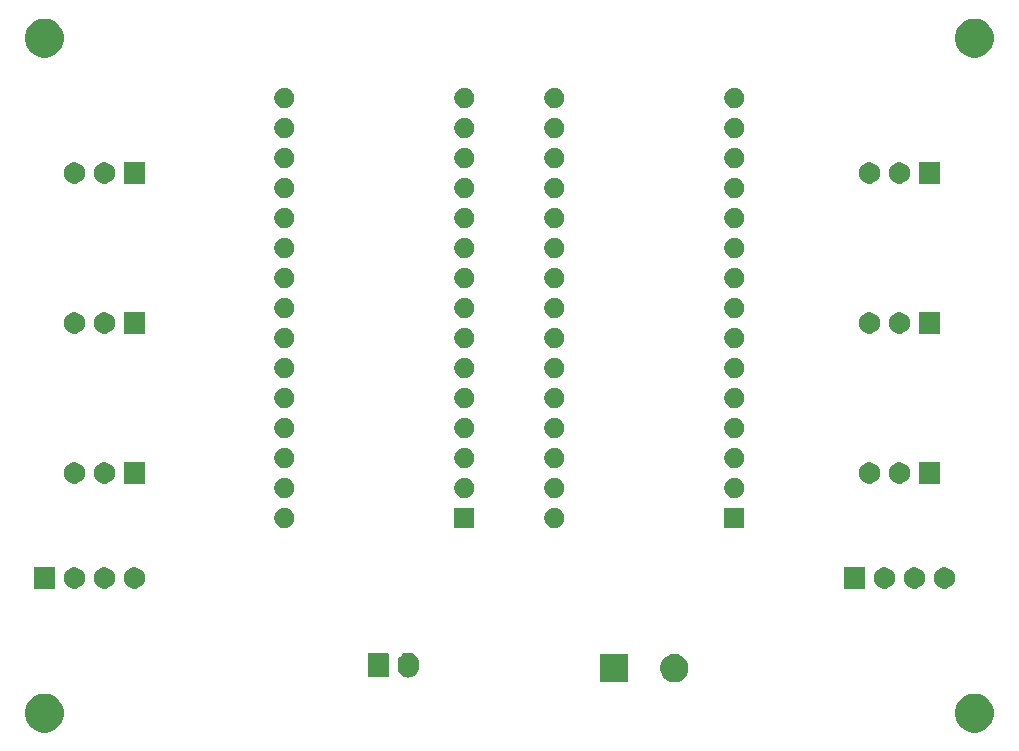
<source format=gbr>
G04 #@! TF.GenerationSoftware,KiCad,Pcbnew,(5.1.5)-3*
G04 #@! TF.CreationDate,2022-03-29T23:18:33-05:00*
G04 #@! TF.ProjectId,Two Motor Nano Controller,54776f20-4d6f-4746-9f72-204e616e6f20,rev?*
G04 #@! TF.SameCoordinates,Original*
G04 #@! TF.FileFunction,Soldermask,Bot*
G04 #@! TF.FilePolarity,Negative*
%FSLAX46Y46*%
G04 Gerber Fmt 4.6, Leading zero omitted, Abs format (unit mm)*
G04 Created by KiCad (PCBNEW (5.1.5)-3) date 2022-03-29 23:18:33*
%MOMM*%
%LPD*%
G04 APERTURE LIST*
%ADD10C,0.100000*%
G04 APERTURE END LIST*
D10*
G36*
X195955256Y-83481298D02*
G01*
X196061579Y-83502447D01*
X196362042Y-83626903D01*
X196632451Y-83807585D01*
X196862415Y-84037549D01*
X197043097Y-84307958D01*
X197167553Y-84608421D01*
X197231000Y-84927391D01*
X197231000Y-85252609D01*
X197167553Y-85571579D01*
X197043097Y-85872042D01*
X196862415Y-86142451D01*
X196632451Y-86372415D01*
X196362042Y-86553097D01*
X196061579Y-86677553D01*
X195955256Y-86698702D01*
X195742611Y-86741000D01*
X195417389Y-86741000D01*
X195204744Y-86698702D01*
X195098421Y-86677553D01*
X194797958Y-86553097D01*
X194527549Y-86372415D01*
X194297585Y-86142451D01*
X194116903Y-85872042D01*
X193992447Y-85571579D01*
X193929000Y-85252609D01*
X193929000Y-84927391D01*
X193992447Y-84608421D01*
X194116903Y-84307958D01*
X194297585Y-84037549D01*
X194527549Y-83807585D01*
X194797958Y-83626903D01*
X195098421Y-83502447D01*
X195204744Y-83481298D01*
X195417389Y-83439000D01*
X195742611Y-83439000D01*
X195955256Y-83481298D01*
G37*
G36*
X117215256Y-83481298D02*
G01*
X117321579Y-83502447D01*
X117622042Y-83626903D01*
X117892451Y-83807585D01*
X118122415Y-84037549D01*
X118303097Y-84307958D01*
X118427553Y-84608421D01*
X118491000Y-84927391D01*
X118491000Y-85252609D01*
X118427553Y-85571579D01*
X118303097Y-85872042D01*
X118122415Y-86142451D01*
X117892451Y-86372415D01*
X117622042Y-86553097D01*
X117321579Y-86677553D01*
X117215256Y-86698702D01*
X117002611Y-86741000D01*
X116677389Y-86741000D01*
X116464744Y-86698702D01*
X116358421Y-86677553D01*
X116057958Y-86553097D01*
X115787549Y-86372415D01*
X115557585Y-86142451D01*
X115376903Y-85872042D01*
X115252447Y-85571579D01*
X115189000Y-85252609D01*
X115189000Y-84927391D01*
X115252447Y-84608421D01*
X115376903Y-84307958D01*
X115557585Y-84037549D01*
X115787549Y-83807585D01*
X116057958Y-83626903D01*
X116358421Y-83502447D01*
X116464744Y-83481298D01*
X116677389Y-83439000D01*
X117002611Y-83439000D01*
X117215256Y-83481298D01*
G37*
G36*
X166294000Y-82474000D02*
G01*
X163906000Y-82474000D01*
X163906000Y-80086000D01*
X166294000Y-80086000D01*
X166294000Y-82474000D01*
G37*
G36*
X170528276Y-80131884D02*
G01*
X170670610Y-80190841D01*
X170745571Y-80221891D01*
X170941130Y-80352560D01*
X171107440Y-80518870D01*
X171229747Y-80701914D01*
X171238110Y-80714431D01*
X171328116Y-80931724D01*
X171374000Y-81162400D01*
X171374000Y-81397600D01*
X171328116Y-81628276D01*
X171249229Y-81818725D01*
X171238109Y-81845571D01*
X171107440Y-82041130D01*
X170941130Y-82207440D01*
X170745571Y-82338109D01*
X170745570Y-82338110D01*
X170745569Y-82338110D01*
X170528276Y-82428116D01*
X170297600Y-82474000D01*
X170062400Y-82474000D01*
X169831724Y-82428116D01*
X169614431Y-82338110D01*
X169614430Y-82338110D01*
X169614429Y-82338109D01*
X169418870Y-82207440D01*
X169252560Y-82041130D01*
X169121891Y-81845571D01*
X169110771Y-81818725D01*
X169031884Y-81628276D01*
X168986000Y-81397600D01*
X168986000Y-81162400D01*
X169031884Y-80931724D01*
X169121890Y-80714431D01*
X169130254Y-80701914D01*
X169252560Y-80518870D01*
X169418870Y-80352560D01*
X169614429Y-80221891D01*
X169689390Y-80190841D01*
X169831724Y-80131884D01*
X170062400Y-80086000D01*
X170297600Y-80086000D01*
X170528276Y-80131884D01*
G37*
G36*
X147821746Y-79990577D02*
G01*
X147991585Y-80042097D01*
X147991587Y-80042098D01*
X148148109Y-80125761D01*
X148285306Y-80238354D01*
X148368568Y-80339811D01*
X148397898Y-80375549D01*
X148481563Y-80532074D01*
X148533083Y-80701913D01*
X148546120Y-80834282D01*
X148546120Y-81222797D01*
X148533083Y-81355166D01*
X148481563Y-81525006D01*
X148397898Y-81681531D01*
X148368568Y-81717269D01*
X148285306Y-81818726D01*
X148190370Y-81896637D01*
X148148111Y-81931318D01*
X147991586Y-82014983D01*
X147821747Y-82066503D01*
X147645120Y-82083899D01*
X147468494Y-82066503D01*
X147298655Y-82014983D01*
X147142130Y-81931318D01*
X147004935Y-81818725D01*
X146892342Y-81681531D01*
X146808677Y-81525006D01*
X146757157Y-81355167D01*
X146744120Y-81222798D01*
X146744120Y-80834283D01*
X146757157Y-80701914D01*
X146808677Y-80532075D01*
X146892342Y-80375550D01*
X146911209Y-80352560D01*
X147004934Y-80238354D01*
X147106391Y-80155092D01*
X147142129Y-80125762D01*
X147298654Y-80042097D01*
X147468493Y-79990577D01*
X147645120Y-79973181D01*
X147821746Y-79990577D01*
G37*
G36*
X145863720Y-79981529D02*
G01*
X145896772Y-79991555D01*
X145927223Y-80007832D01*
X145953919Y-80029741D01*
X145975828Y-80056437D01*
X145992105Y-80086888D01*
X146002131Y-80119940D01*
X146006120Y-80160443D01*
X146006120Y-81896637D01*
X146002131Y-81937140D01*
X145992105Y-81970192D01*
X145975828Y-82000643D01*
X145953919Y-82027339D01*
X145927223Y-82049248D01*
X145896772Y-82065525D01*
X145863720Y-82075551D01*
X145823217Y-82079540D01*
X144387023Y-82079540D01*
X144346520Y-82075551D01*
X144313468Y-82065525D01*
X144283017Y-82049248D01*
X144256321Y-82027339D01*
X144234412Y-82000643D01*
X144218135Y-81970192D01*
X144208109Y-81937140D01*
X144204120Y-81896637D01*
X144204120Y-80160443D01*
X144208109Y-80119940D01*
X144218135Y-80086888D01*
X144234412Y-80056437D01*
X144256321Y-80029741D01*
X144283017Y-80007832D01*
X144313468Y-79991555D01*
X144346520Y-79981529D01*
X144387023Y-79977540D01*
X145823217Y-79977540D01*
X145863720Y-79981529D01*
G37*
G36*
X119493512Y-72763927D02*
G01*
X119642812Y-72793624D01*
X119806784Y-72861544D01*
X119954354Y-72960147D01*
X120079853Y-73085646D01*
X120178456Y-73233216D01*
X120246376Y-73397188D01*
X120281000Y-73571259D01*
X120281000Y-73748741D01*
X120246376Y-73922812D01*
X120178456Y-74086784D01*
X120079853Y-74234354D01*
X119954354Y-74359853D01*
X119806784Y-74458456D01*
X119642812Y-74526376D01*
X119493512Y-74556073D01*
X119468742Y-74561000D01*
X119291258Y-74561000D01*
X119266488Y-74556073D01*
X119117188Y-74526376D01*
X118953216Y-74458456D01*
X118805646Y-74359853D01*
X118680147Y-74234354D01*
X118581544Y-74086784D01*
X118513624Y-73922812D01*
X118479000Y-73748741D01*
X118479000Y-73571259D01*
X118513624Y-73397188D01*
X118581544Y-73233216D01*
X118680147Y-73085646D01*
X118805646Y-72960147D01*
X118953216Y-72861544D01*
X119117188Y-72793624D01*
X119266488Y-72763927D01*
X119291258Y-72759000D01*
X119468742Y-72759000D01*
X119493512Y-72763927D01*
G37*
G36*
X117741000Y-74561000D02*
G01*
X115939000Y-74561000D01*
X115939000Y-72759000D01*
X117741000Y-72759000D01*
X117741000Y-74561000D01*
G37*
G36*
X122033512Y-72763927D02*
G01*
X122182812Y-72793624D01*
X122346784Y-72861544D01*
X122494354Y-72960147D01*
X122619853Y-73085646D01*
X122718456Y-73233216D01*
X122786376Y-73397188D01*
X122821000Y-73571259D01*
X122821000Y-73748741D01*
X122786376Y-73922812D01*
X122718456Y-74086784D01*
X122619853Y-74234354D01*
X122494354Y-74359853D01*
X122346784Y-74458456D01*
X122182812Y-74526376D01*
X122033512Y-74556073D01*
X122008742Y-74561000D01*
X121831258Y-74561000D01*
X121806488Y-74556073D01*
X121657188Y-74526376D01*
X121493216Y-74458456D01*
X121345646Y-74359853D01*
X121220147Y-74234354D01*
X121121544Y-74086784D01*
X121053624Y-73922812D01*
X121019000Y-73748741D01*
X121019000Y-73571259D01*
X121053624Y-73397188D01*
X121121544Y-73233216D01*
X121220147Y-73085646D01*
X121345646Y-72960147D01*
X121493216Y-72861544D01*
X121657188Y-72793624D01*
X121806488Y-72763927D01*
X121831258Y-72759000D01*
X122008742Y-72759000D01*
X122033512Y-72763927D01*
G37*
G36*
X193153512Y-72763927D02*
G01*
X193302812Y-72793624D01*
X193466784Y-72861544D01*
X193614354Y-72960147D01*
X193739853Y-73085646D01*
X193838456Y-73233216D01*
X193906376Y-73397188D01*
X193941000Y-73571259D01*
X193941000Y-73748741D01*
X193906376Y-73922812D01*
X193838456Y-74086784D01*
X193739853Y-74234354D01*
X193614354Y-74359853D01*
X193466784Y-74458456D01*
X193302812Y-74526376D01*
X193153512Y-74556073D01*
X193128742Y-74561000D01*
X192951258Y-74561000D01*
X192926488Y-74556073D01*
X192777188Y-74526376D01*
X192613216Y-74458456D01*
X192465646Y-74359853D01*
X192340147Y-74234354D01*
X192241544Y-74086784D01*
X192173624Y-73922812D01*
X192139000Y-73748741D01*
X192139000Y-73571259D01*
X192173624Y-73397188D01*
X192241544Y-73233216D01*
X192340147Y-73085646D01*
X192465646Y-72960147D01*
X192613216Y-72861544D01*
X192777188Y-72793624D01*
X192926488Y-72763927D01*
X192951258Y-72759000D01*
X193128742Y-72759000D01*
X193153512Y-72763927D01*
G37*
G36*
X190613512Y-72763927D02*
G01*
X190762812Y-72793624D01*
X190926784Y-72861544D01*
X191074354Y-72960147D01*
X191199853Y-73085646D01*
X191298456Y-73233216D01*
X191366376Y-73397188D01*
X191401000Y-73571259D01*
X191401000Y-73748741D01*
X191366376Y-73922812D01*
X191298456Y-74086784D01*
X191199853Y-74234354D01*
X191074354Y-74359853D01*
X190926784Y-74458456D01*
X190762812Y-74526376D01*
X190613512Y-74556073D01*
X190588742Y-74561000D01*
X190411258Y-74561000D01*
X190386488Y-74556073D01*
X190237188Y-74526376D01*
X190073216Y-74458456D01*
X189925646Y-74359853D01*
X189800147Y-74234354D01*
X189701544Y-74086784D01*
X189633624Y-73922812D01*
X189599000Y-73748741D01*
X189599000Y-73571259D01*
X189633624Y-73397188D01*
X189701544Y-73233216D01*
X189800147Y-73085646D01*
X189925646Y-72960147D01*
X190073216Y-72861544D01*
X190237188Y-72793624D01*
X190386488Y-72763927D01*
X190411258Y-72759000D01*
X190588742Y-72759000D01*
X190613512Y-72763927D01*
G37*
G36*
X188073512Y-72763927D02*
G01*
X188222812Y-72793624D01*
X188386784Y-72861544D01*
X188534354Y-72960147D01*
X188659853Y-73085646D01*
X188758456Y-73233216D01*
X188826376Y-73397188D01*
X188861000Y-73571259D01*
X188861000Y-73748741D01*
X188826376Y-73922812D01*
X188758456Y-74086784D01*
X188659853Y-74234354D01*
X188534354Y-74359853D01*
X188386784Y-74458456D01*
X188222812Y-74526376D01*
X188073512Y-74556073D01*
X188048742Y-74561000D01*
X187871258Y-74561000D01*
X187846488Y-74556073D01*
X187697188Y-74526376D01*
X187533216Y-74458456D01*
X187385646Y-74359853D01*
X187260147Y-74234354D01*
X187161544Y-74086784D01*
X187093624Y-73922812D01*
X187059000Y-73748741D01*
X187059000Y-73571259D01*
X187093624Y-73397188D01*
X187161544Y-73233216D01*
X187260147Y-73085646D01*
X187385646Y-72960147D01*
X187533216Y-72861544D01*
X187697188Y-72793624D01*
X187846488Y-72763927D01*
X187871258Y-72759000D01*
X188048742Y-72759000D01*
X188073512Y-72763927D01*
G37*
G36*
X186321000Y-74561000D02*
G01*
X184519000Y-74561000D01*
X184519000Y-72759000D01*
X186321000Y-72759000D01*
X186321000Y-74561000D01*
G37*
G36*
X124573512Y-72763927D02*
G01*
X124722812Y-72793624D01*
X124886784Y-72861544D01*
X125034354Y-72960147D01*
X125159853Y-73085646D01*
X125258456Y-73233216D01*
X125326376Y-73397188D01*
X125361000Y-73571259D01*
X125361000Y-73748741D01*
X125326376Y-73922812D01*
X125258456Y-74086784D01*
X125159853Y-74234354D01*
X125034354Y-74359853D01*
X124886784Y-74458456D01*
X124722812Y-74526376D01*
X124573512Y-74556073D01*
X124548742Y-74561000D01*
X124371258Y-74561000D01*
X124346488Y-74556073D01*
X124197188Y-74526376D01*
X124033216Y-74458456D01*
X123885646Y-74359853D01*
X123760147Y-74234354D01*
X123661544Y-74086784D01*
X123593624Y-73922812D01*
X123559000Y-73748741D01*
X123559000Y-73571259D01*
X123593624Y-73397188D01*
X123661544Y-73233216D01*
X123760147Y-73085646D01*
X123885646Y-72960147D01*
X124033216Y-72861544D01*
X124197188Y-72793624D01*
X124346488Y-72763927D01*
X124371258Y-72759000D01*
X124548742Y-72759000D01*
X124573512Y-72763927D01*
G37*
G36*
X160268228Y-67761703D02*
G01*
X160423100Y-67825853D01*
X160562481Y-67918985D01*
X160681015Y-68037519D01*
X160774147Y-68176900D01*
X160838297Y-68331772D01*
X160871000Y-68496184D01*
X160871000Y-68663816D01*
X160838297Y-68828228D01*
X160774147Y-68983100D01*
X160681015Y-69122481D01*
X160562481Y-69241015D01*
X160423100Y-69334147D01*
X160268228Y-69398297D01*
X160103816Y-69431000D01*
X159936184Y-69431000D01*
X159771772Y-69398297D01*
X159616900Y-69334147D01*
X159477519Y-69241015D01*
X159358985Y-69122481D01*
X159265853Y-68983100D01*
X159201703Y-68828228D01*
X159169000Y-68663816D01*
X159169000Y-68496184D01*
X159201703Y-68331772D01*
X159265853Y-68176900D01*
X159358985Y-68037519D01*
X159477519Y-67918985D01*
X159616900Y-67825853D01*
X159771772Y-67761703D01*
X159936184Y-67729000D01*
X160103816Y-67729000D01*
X160268228Y-67761703D01*
G37*
G36*
X176111000Y-69431000D02*
G01*
X174409000Y-69431000D01*
X174409000Y-67729000D01*
X176111000Y-67729000D01*
X176111000Y-69431000D01*
G37*
G36*
X137408228Y-67761703D02*
G01*
X137563100Y-67825853D01*
X137702481Y-67918985D01*
X137821015Y-68037519D01*
X137914147Y-68176900D01*
X137978297Y-68331772D01*
X138011000Y-68496184D01*
X138011000Y-68663816D01*
X137978297Y-68828228D01*
X137914147Y-68983100D01*
X137821015Y-69122481D01*
X137702481Y-69241015D01*
X137563100Y-69334147D01*
X137408228Y-69398297D01*
X137243816Y-69431000D01*
X137076184Y-69431000D01*
X136911772Y-69398297D01*
X136756900Y-69334147D01*
X136617519Y-69241015D01*
X136498985Y-69122481D01*
X136405853Y-68983100D01*
X136341703Y-68828228D01*
X136309000Y-68663816D01*
X136309000Y-68496184D01*
X136341703Y-68331772D01*
X136405853Y-68176900D01*
X136498985Y-68037519D01*
X136617519Y-67918985D01*
X136756900Y-67825853D01*
X136911772Y-67761703D01*
X137076184Y-67729000D01*
X137243816Y-67729000D01*
X137408228Y-67761703D01*
G37*
G36*
X153251000Y-69431000D02*
G01*
X151549000Y-69431000D01*
X151549000Y-67729000D01*
X153251000Y-67729000D01*
X153251000Y-69431000D01*
G37*
G36*
X152648228Y-65221703D02*
G01*
X152803100Y-65285853D01*
X152942481Y-65378985D01*
X153061015Y-65497519D01*
X153154147Y-65636900D01*
X153218297Y-65791772D01*
X153251000Y-65956184D01*
X153251000Y-66123816D01*
X153218297Y-66288228D01*
X153154147Y-66443100D01*
X153061015Y-66582481D01*
X152942481Y-66701015D01*
X152803100Y-66794147D01*
X152648228Y-66858297D01*
X152483816Y-66891000D01*
X152316184Y-66891000D01*
X152151772Y-66858297D01*
X151996900Y-66794147D01*
X151857519Y-66701015D01*
X151738985Y-66582481D01*
X151645853Y-66443100D01*
X151581703Y-66288228D01*
X151549000Y-66123816D01*
X151549000Y-65956184D01*
X151581703Y-65791772D01*
X151645853Y-65636900D01*
X151738985Y-65497519D01*
X151857519Y-65378985D01*
X151996900Y-65285853D01*
X152151772Y-65221703D01*
X152316184Y-65189000D01*
X152483816Y-65189000D01*
X152648228Y-65221703D01*
G37*
G36*
X137408228Y-65221703D02*
G01*
X137563100Y-65285853D01*
X137702481Y-65378985D01*
X137821015Y-65497519D01*
X137914147Y-65636900D01*
X137978297Y-65791772D01*
X138011000Y-65956184D01*
X138011000Y-66123816D01*
X137978297Y-66288228D01*
X137914147Y-66443100D01*
X137821015Y-66582481D01*
X137702481Y-66701015D01*
X137563100Y-66794147D01*
X137408228Y-66858297D01*
X137243816Y-66891000D01*
X137076184Y-66891000D01*
X136911772Y-66858297D01*
X136756900Y-66794147D01*
X136617519Y-66701015D01*
X136498985Y-66582481D01*
X136405853Y-66443100D01*
X136341703Y-66288228D01*
X136309000Y-66123816D01*
X136309000Y-65956184D01*
X136341703Y-65791772D01*
X136405853Y-65636900D01*
X136498985Y-65497519D01*
X136617519Y-65378985D01*
X136756900Y-65285853D01*
X136911772Y-65221703D01*
X137076184Y-65189000D01*
X137243816Y-65189000D01*
X137408228Y-65221703D01*
G37*
G36*
X175508228Y-65221703D02*
G01*
X175663100Y-65285853D01*
X175802481Y-65378985D01*
X175921015Y-65497519D01*
X176014147Y-65636900D01*
X176078297Y-65791772D01*
X176111000Y-65956184D01*
X176111000Y-66123816D01*
X176078297Y-66288228D01*
X176014147Y-66443100D01*
X175921015Y-66582481D01*
X175802481Y-66701015D01*
X175663100Y-66794147D01*
X175508228Y-66858297D01*
X175343816Y-66891000D01*
X175176184Y-66891000D01*
X175011772Y-66858297D01*
X174856900Y-66794147D01*
X174717519Y-66701015D01*
X174598985Y-66582481D01*
X174505853Y-66443100D01*
X174441703Y-66288228D01*
X174409000Y-66123816D01*
X174409000Y-65956184D01*
X174441703Y-65791772D01*
X174505853Y-65636900D01*
X174598985Y-65497519D01*
X174717519Y-65378985D01*
X174856900Y-65285853D01*
X175011772Y-65221703D01*
X175176184Y-65189000D01*
X175343816Y-65189000D01*
X175508228Y-65221703D01*
G37*
G36*
X160268228Y-65221703D02*
G01*
X160423100Y-65285853D01*
X160562481Y-65378985D01*
X160681015Y-65497519D01*
X160774147Y-65636900D01*
X160838297Y-65791772D01*
X160871000Y-65956184D01*
X160871000Y-66123816D01*
X160838297Y-66288228D01*
X160774147Y-66443100D01*
X160681015Y-66582481D01*
X160562481Y-66701015D01*
X160423100Y-66794147D01*
X160268228Y-66858297D01*
X160103816Y-66891000D01*
X159936184Y-66891000D01*
X159771772Y-66858297D01*
X159616900Y-66794147D01*
X159477519Y-66701015D01*
X159358985Y-66582481D01*
X159265853Y-66443100D01*
X159201703Y-66288228D01*
X159169000Y-66123816D01*
X159169000Y-65956184D01*
X159201703Y-65791772D01*
X159265853Y-65636900D01*
X159358985Y-65497519D01*
X159477519Y-65378985D01*
X159616900Y-65285853D01*
X159771772Y-65221703D01*
X159936184Y-65189000D01*
X160103816Y-65189000D01*
X160268228Y-65221703D01*
G37*
G36*
X125361000Y-65671000D02*
G01*
X123559000Y-65671000D01*
X123559000Y-63869000D01*
X125361000Y-63869000D01*
X125361000Y-65671000D01*
G37*
G36*
X186803512Y-63873927D02*
G01*
X186952812Y-63903624D01*
X187116784Y-63971544D01*
X187264354Y-64070147D01*
X187389853Y-64195646D01*
X187488456Y-64343216D01*
X187556376Y-64507188D01*
X187591000Y-64681259D01*
X187591000Y-64858741D01*
X187556376Y-65032812D01*
X187488456Y-65196784D01*
X187389853Y-65344354D01*
X187264354Y-65469853D01*
X187116784Y-65568456D01*
X186952812Y-65636376D01*
X186803512Y-65666073D01*
X186778742Y-65671000D01*
X186601258Y-65671000D01*
X186576488Y-65666073D01*
X186427188Y-65636376D01*
X186263216Y-65568456D01*
X186115646Y-65469853D01*
X185990147Y-65344354D01*
X185891544Y-65196784D01*
X185823624Y-65032812D01*
X185789000Y-64858741D01*
X185789000Y-64681259D01*
X185823624Y-64507188D01*
X185891544Y-64343216D01*
X185990147Y-64195646D01*
X186115646Y-64070147D01*
X186263216Y-63971544D01*
X186427188Y-63903624D01*
X186576488Y-63873927D01*
X186601258Y-63869000D01*
X186778742Y-63869000D01*
X186803512Y-63873927D01*
G37*
G36*
X119493512Y-63873927D02*
G01*
X119642812Y-63903624D01*
X119806784Y-63971544D01*
X119954354Y-64070147D01*
X120079853Y-64195646D01*
X120178456Y-64343216D01*
X120246376Y-64507188D01*
X120281000Y-64681259D01*
X120281000Y-64858741D01*
X120246376Y-65032812D01*
X120178456Y-65196784D01*
X120079853Y-65344354D01*
X119954354Y-65469853D01*
X119806784Y-65568456D01*
X119642812Y-65636376D01*
X119493512Y-65666073D01*
X119468742Y-65671000D01*
X119291258Y-65671000D01*
X119266488Y-65666073D01*
X119117188Y-65636376D01*
X118953216Y-65568456D01*
X118805646Y-65469853D01*
X118680147Y-65344354D01*
X118581544Y-65196784D01*
X118513624Y-65032812D01*
X118479000Y-64858741D01*
X118479000Y-64681259D01*
X118513624Y-64507188D01*
X118581544Y-64343216D01*
X118680147Y-64195646D01*
X118805646Y-64070147D01*
X118953216Y-63971544D01*
X119117188Y-63903624D01*
X119266488Y-63873927D01*
X119291258Y-63869000D01*
X119468742Y-63869000D01*
X119493512Y-63873927D01*
G37*
G36*
X189343512Y-63873927D02*
G01*
X189492812Y-63903624D01*
X189656784Y-63971544D01*
X189804354Y-64070147D01*
X189929853Y-64195646D01*
X190028456Y-64343216D01*
X190096376Y-64507188D01*
X190131000Y-64681259D01*
X190131000Y-64858741D01*
X190096376Y-65032812D01*
X190028456Y-65196784D01*
X189929853Y-65344354D01*
X189804354Y-65469853D01*
X189656784Y-65568456D01*
X189492812Y-65636376D01*
X189343512Y-65666073D01*
X189318742Y-65671000D01*
X189141258Y-65671000D01*
X189116488Y-65666073D01*
X188967188Y-65636376D01*
X188803216Y-65568456D01*
X188655646Y-65469853D01*
X188530147Y-65344354D01*
X188431544Y-65196784D01*
X188363624Y-65032812D01*
X188329000Y-64858741D01*
X188329000Y-64681259D01*
X188363624Y-64507188D01*
X188431544Y-64343216D01*
X188530147Y-64195646D01*
X188655646Y-64070147D01*
X188803216Y-63971544D01*
X188967188Y-63903624D01*
X189116488Y-63873927D01*
X189141258Y-63869000D01*
X189318742Y-63869000D01*
X189343512Y-63873927D01*
G37*
G36*
X192671000Y-65671000D02*
G01*
X190869000Y-65671000D01*
X190869000Y-63869000D01*
X192671000Y-63869000D01*
X192671000Y-65671000D01*
G37*
G36*
X122033512Y-63873927D02*
G01*
X122182812Y-63903624D01*
X122346784Y-63971544D01*
X122494354Y-64070147D01*
X122619853Y-64195646D01*
X122718456Y-64343216D01*
X122786376Y-64507188D01*
X122821000Y-64681259D01*
X122821000Y-64858741D01*
X122786376Y-65032812D01*
X122718456Y-65196784D01*
X122619853Y-65344354D01*
X122494354Y-65469853D01*
X122346784Y-65568456D01*
X122182812Y-65636376D01*
X122033512Y-65666073D01*
X122008742Y-65671000D01*
X121831258Y-65671000D01*
X121806488Y-65666073D01*
X121657188Y-65636376D01*
X121493216Y-65568456D01*
X121345646Y-65469853D01*
X121220147Y-65344354D01*
X121121544Y-65196784D01*
X121053624Y-65032812D01*
X121019000Y-64858741D01*
X121019000Y-64681259D01*
X121053624Y-64507188D01*
X121121544Y-64343216D01*
X121220147Y-64195646D01*
X121345646Y-64070147D01*
X121493216Y-63971544D01*
X121657188Y-63903624D01*
X121806488Y-63873927D01*
X121831258Y-63869000D01*
X122008742Y-63869000D01*
X122033512Y-63873927D01*
G37*
G36*
X137408228Y-62681703D02*
G01*
X137563100Y-62745853D01*
X137702481Y-62838985D01*
X137821015Y-62957519D01*
X137914147Y-63096900D01*
X137978297Y-63251772D01*
X138011000Y-63416184D01*
X138011000Y-63583816D01*
X137978297Y-63748228D01*
X137914147Y-63903100D01*
X137821015Y-64042481D01*
X137702481Y-64161015D01*
X137563100Y-64254147D01*
X137408228Y-64318297D01*
X137243816Y-64351000D01*
X137076184Y-64351000D01*
X136911772Y-64318297D01*
X136756900Y-64254147D01*
X136617519Y-64161015D01*
X136498985Y-64042481D01*
X136405853Y-63903100D01*
X136341703Y-63748228D01*
X136309000Y-63583816D01*
X136309000Y-63416184D01*
X136341703Y-63251772D01*
X136405853Y-63096900D01*
X136498985Y-62957519D01*
X136617519Y-62838985D01*
X136756900Y-62745853D01*
X136911772Y-62681703D01*
X137076184Y-62649000D01*
X137243816Y-62649000D01*
X137408228Y-62681703D01*
G37*
G36*
X175508228Y-62681703D02*
G01*
X175663100Y-62745853D01*
X175802481Y-62838985D01*
X175921015Y-62957519D01*
X176014147Y-63096900D01*
X176078297Y-63251772D01*
X176111000Y-63416184D01*
X176111000Y-63583816D01*
X176078297Y-63748228D01*
X176014147Y-63903100D01*
X175921015Y-64042481D01*
X175802481Y-64161015D01*
X175663100Y-64254147D01*
X175508228Y-64318297D01*
X175343816Y-64351000D01*
X175176184Y-64351000D01*
X175011772Y-64318297D01*
X174856900Y-64254147D01*
X174717519Y-64161015D01*
X174598985Y-64042481D01*
X174505853Y-63903100D01*
X174441703Y-63748228D01*
X174409000Y-63583816D01*
X174409000Y-63416184D01*
X174441703Y-63251772D01*
X174505853Y-63096900D01*
X174598985Y-62957519D01*
X174717519Y-62838985D01*
X174856900Y-62745853D01*
X175011772Y-62681703D01*
X175176184Y-62649000D01*
X175343816Y-62649000D01*
X175508228Y-62681703D01*
G37*
G36*
X160268228Y-62681703D02*
G01*
X160423100Y-62745853D01*
X160562481Y-62838985D01*
X160681015Y-62957519D01*
X160774147Y-63096900D01*
X160838297Y-63251772D01*
X160871000Y-63416184D01*
X160871000Y-63583816D01*
X160838297Y-63748228D01*
X160774147Y-63903100D01*
X160681015Y-64042481D01*
X160562481Y-64161015D01*
X160423100Y-64254147D01*
X160268228Y-64318297D01*
X160103816Y-64351000D01*
X159936184Y-64351000D01*
X159771772Y-64318297D01*
X159616900Y-64254147D01*
X159477519Y-64161015D01*
X159358985Y-64042481D01*
X159265853Y-63903100D01*
X159201703Y-63748228D01*
X159169000Y-63583816D01*
X159169000Y-63416184D01*
X159201703Y-63251772D01*
X159265853Y-63096900D01*
X159358985Y-62957519D01*
X159477519Y-62838985D01*
X159616900Y-62745853D01*
X159771772Y-62681703D01*
X159936184Y-62649000D01*
X160103816Y-62649000D01*
X160268228Y-62681703D01*
G37*
G36*
X152648228Y-62681703D02*
G01*
X152803100Y-62745853D01*
X152942481Y-62838985D01*
X153061015Y-62957519D01*
X153154147Y-63096900D01*
X153218297Y-63251772D01*
X153251000Y-63416184D01*
X153251000Y-63583816D01*
X153218297Y-63748228D01*
X153154147Y-63903100D01*
X153061015Y-64042481D01*
X152942481Y-64161015D01*
X152803100Y-64254147D01*
X152648228Y-64318297D01*
X152483816Y-64351000D01*
X152316184Y-64351000D01*
X152151772Y-64318297D01*
X151996900Y-64254147D01*
X151857519Y-64161015D01*
X151738985Y-64042481D01*
X151645853Y-63903100D01*
X151581703Y-63748228D01*
X151549000Y-63583816D01*
X151549000Y-63416184D01*
X151581703Y-63251772D01*
X151645853Y-63096900D01*
X151738985Y-62957519D01*
X151857519Y-62838985D01*
X151996900Y-62745853D01*
X152151772Y-62681703D01*
X152316184Y-62649000D01*
X152483816Y-62649000D01*
X152648228Y-62681703D01*
G37*
G36*
X160268228Y-60141703D02*
G01*
X160423100Y-60205853D01*
X160562481Y-60298985D01*
X160681015Y-60417519D01*
X160774147Y-60556900D01*
X160838297Y-60711772D01*
X160871000Y-60876184D01*
X160871000Y-61043816D01*
X160838297Y-61208228D01*
X160774147Y-61363100D01*
X160681015Y-61502481D01*
X160562481Y-61621015D01*
X160423100Y-61714147D01*
X160268228Y-61778297D01*
X160103816Y-61811000D01*
X159936184Y-61811000D01*
X159771772Y-61778297D01*
X159616900Y-61714147D01*
X159477519Y-61621015D01*
X159358985Y-61502481D01*
X159265853Y-61363100D01*
X159201703Y-61208228D01*
X159169000Y-61043816D01*
X159169000Y-60876184D01*
X159201703Y-60711772D01*
X159265853Y-60556900D01*
X159358985Y-60417519D01*
X159477519Y-60298985D01*
X159616900Y-60205853D01*
X159771772Y-60141703D01*
X159936184Y-60109000D01*
X160103816Y-60109000D01*
X160268228Y-60141703D01*
G37*
G36*
X137408228Y-60141703D02*
G01*
X137563100Y-60205853D01*
X137702481Y-60298985D01*
X137821015Y-60417519D01*
X137914147Y-60556900D01*
X137978297Y-60711772D01*
X138011000Y-60876184D01*
X138011000Y-61043816D01*
X137978297Y-61208228D01*
X137914147Y-61363100D01*
X137821015Y-61502481D01*
X137702481Y-61621015D01*
X137563100Y-61714147D01*
X137408228Y-61778297D01*
X137243816Y-61811000D01*
X137076184Y-61811000D01*
X136911772Y-61778297D01*
X136756900Y-61714147D01*
X136617519Y-61621015D01*
X136498985Y-61502481D01*
X136405853Y-61363100D01*
X136341703Y-61208228D01*
X136309000Y-61043816D01*
X136309000Y-60876184D01*
X136341703Y-60711772D01*
X136405853Y-60556900D01*
X136498985Y-60417519D01*
X136617519Y-60298985D01*
X136756900Y-60205853D01*
X136911772Y-60141703D01*
X137076184Y-60109000D01*
X137243816Y-60109000D01*
X137408228Y-60141703D01*
G37*
G36*
X175508228Y-60141703D02*
G01*
X175663100Y-60205853D01*
X175802481Y-60298985D01*
X175921015Y-60417519D01*
X176014147Y-60556900D01*
X176078297Y-60711772D01*
X176111000Y-60876184D01*
X176111000Y-61043816D01*
X176078297Y-61208228D01*
X176014147Y-61363100D01*
X175921015Y-61502481D01*
X175802481Y-61621015D01*
X175663100Y-61714147D01*
X175508228Y-61778297D01*
X175343816Y-61811000D01*
X175176184Y-61811000D01*
X175011772Y-61778297D01*
X174856900Y-61714147D01*
X174717519Y-61621015D01*
X174598985Y-61502481D01*
X174505853Y-61363100D01*
X174441703Y-61208228D01*
X174409000Y-61043816D01*
X174409000Y-60876184D01*
X174441703Y-60711772D01*
X174505853Y-60556900D01*
X174598985Y-60417519D01*
X174717519Y-60298985D01*
X174856900Y-60205853D01*
X175011772Y-60141703D01*
X175176184Y-60109000D01*
X175343816Y-60109000D01*
X175508228Y-60141703D01*
G37*
G36*
X152648228Y-60141703D02*
G01*
X152803100Y-60205853D01*
X152942481Y-60298985D01*
X153061015Y-60417519D01*
X153154147Y-60556900D01*
X153218297Y-60711772D01*
X153251000Y-60876184D01*
X153251000Y-61043816D01*
X153218297Y-61208228D01*
X153154147Y-61363100D01*
X153061015Y-61502481D01*
X152942481Y-61621015D01*
X152803100Y-61714147D01*
X152648228Y-61778297D01*
X152483816Y-61811000D01*
X152316184Y-61811000D01*
X152151772Y-61778297D01*
X151996900Y-61714147D01*
X151857519Y-61621015D01*
X151738985Y-61502481D01*
X151645853Y-61363100D01*
X151581703Y-61208228D01*
X151549000Y-61043816D01*
X151549000Y-60876184D01*
X151581703Y-60711772D01*
X151645853Y-60556900D01*
X151738985Y-60417519D01*
X151857519Y-60298985D01*
X151996900Y-60205853D01*
X152151772Y-60141703D01*
X152316184Y-60109000D01*
X152483816Y-60109000D01*
X152648228Y-60141703D01*
G37*
G36*
X175508228Y-57601703D02*
G01*
X175663100Y-57665853D01*
X175802481Y-57758985D01*
X175921015Y-57877519D01*
X176014147Y-58016900D01*
X176078297Y-58171772D01*
X176111000Y-58336184D01*
X176111000Y-58503816D01*
X176078297Y-58668228D01*
X176014147Y-58823100D01*
X175921015Y-58962481D01*
X175802481Y-59081015D01*
X175663100Y-59174147D01*
X175508228Y-59238297D01*
X175343816Y-59271000D01*
X175176184Y-59271000D01*
X175011772Y-59238297D01*
X174856900Y-59174147D01*
X174717519Y-59081015D01*
X174598985Y-58962481D01*
X174505853Y-58823100D01*
X174441703Y-58668228D01*
X174409000Y-58503816D01*
X174409000Y-58336184D01*
X174441703Y-58171772D01*
X174505853Y-58016900D01*
X174598985Y-57877519D01*
X174717519Y-57758985D01*
X174856900Y-57665853D01*
X175011772Y-57601703D01*
X175176184Y-57569000D01*
X175343816Y-57569000D01*
X175508228Y-57601703D01*
G37*
G36*
X160268228Y-57601703D02*
G01*
X160423100Y-57665853D01*
X160562481Y-57758985D01*
X160681015Y-57877519D01*
X160774147Y-58016900D01*
X160838297Y-58171772D01*
X160871000Y-58336184D01*
X160871000Y-58503816D01*
X160838297Y-58668228D01*
X160774147Y-58823100D01*
X160681015Y-58962481D01*
X160562481Y-59081015D01*
X160423100Y-59174147D01*
X160268228Y-59238297D01*
X160103816Y-59271000D01*
X159936184Y-59271000D01*
X159771772Y-59238297D01*
X159616900Y-59174147D01*
X159477519Y-59081015D01*
X159358985Y-58962481D01*
X159265853Y-58823100D01*
X159201703Y-58668228D01*
X159169000Y-58503816D01*
X159169000Y-58336184D01*
X159201703Y-58171772D01*
X159265853Y-58016900D01*
X159358985Y-57877519D01*
X159477519Y-57758985D01*
X159616900Y-57665853D01*
X159771772Y-57601703D01*
X159936184Y-57569000D01*
X160103816Y-57569000D01*
X160268228Y-57601703D01*
G37*
G36*
X152648228Y-57601703D02*
G01*
X152803100Y-57665853D01*
X152942481Y-57758985D01*
X153061015Y-57877519D01*
X153154147Y-58016900D01*
X153218297Y-58171772D01*
X153251000Y-58336184D01*
X153251000Y-58503816D01*
X153218297Y-58668228D01*
X153154147Y-58823100D01*
X153061015Y-58962481D01*
X152942481Y-59081015D01*
X152803100Y-59174147D01*
X152648228Y-59238297D01*
X152483816Y-59271000D01*
X152316184Y-59271000D01*
X152151772Y-59238297D01*
X151996900Y-59174147D01*
X151857519Y-59081015D01*
X151738985Y-58962481D01*
X151645853Y-58823100D01*
X151581703Y-58668228D01*
X151549000Y-58503816D01*
X151549000Y-58336184D01*
X151581703Y-58171772D01*
X151645853Y-58016900D01*
X151738985Y-57877519D01*
X151857519Y-57758985D01*
X151996900Y-57665853D01*
X152151772Y-57601703D01*
X152316184Y-57569000D01*
X152483816Y-57569000D01*
X152648228Y-57601703D01*
G37*
G36*
X137408228Y-57601703D02*
G01*
X137563100Y-57665853D01*
X137702481Y-57758985D01*
X137821015Y-57877519D01*
X137914147Y-58016900D01*
X137978297Y-58171772D01*
X138011000Y-58336184D01*
X138011000Y-58503816D01*
X137978297Y-58668228D01*
X137914147Y-58823100D01*
X137821015Y-58962481D01*
X137702481Y-59081015D01*
X137563100Y-59174147D01*
X137408228Y-59238297D01*
X137243816Y-59271000D01*
X137076184Y-59271000D01*
X136911772Y-59238297D01*
X136756900Y-59174147D01*
X136617519Y-59081015D01*
X136498985Y-58962481D01*
X136405853Y-58823100D01*
X136341703Y-58668228D01*
X136309000Y-58503816D01*
X136309000Y-58336184D01*
X136341703Y-58171772D01*
X136405853Y-58016900D01*
X136498985Y-57877519D01*
X136617519Y-57758985D01*
X136756900Y-57665853D01*
X136911772Y-57601703D01*
X137076184Y-57569000D01*
X137243816Y-57569000D01*
X137408228Y-57601703D01*
G37*
G36*
X175508228Y-55061703D02*
G01*
X175663100Y-55125853D01*
X175802481Y-55218985D01*
X175921015Y-55337519D01*
X176014147Y-55476900D01*
X176078297Y-55631772D01*
X176111000Y-55796184D01*
X176111000Y-55963816D01*
X176078297Y-56128228D01*
X176014147Y-56283100D01*
X175921015Y-56422481D01*
X175802481Y-56541015D01*
X175663100Y-56634147D01*
X175508228Y-56698297D01*
X175343816Y-56731000D01*
X175176184Y-56731000D01*
X175011772Y-56698297D01*
X174856900Y-56634147D01*
X174717519Y-56541015D01*
X174598985Y-56422481D01*
X174505853Y-56283100D01*
X174441703Y-56128228D01*
X174409000Y-55963816D01*
X174409000Y-55796184D01*
X174441703Y-55631772D01*
X174505853Y-55476900D01*
X174598985Y-55337519D01*
X174717519Y-55218985D01*
X174856900Y-55125853D01*
X175011772Y-55061703D01*
X175176184Y-55029000D01*
X175343816Y-55029000D01*
X175508228Y-55061703D01*
G37*
G36*
X160268228Y-55061703D02*
G01*
X160423100Y-55125853D01*
X160562481Y-55218985D01*
X160681015Y-55337519D01*
X160774147Y-55476900D01*
X160838297Y-55631772D01*
X160871000Y-55796184D01*
X160871000Y-55963816D01*
X160838297Y-56128228D01*
X160774147Y-56283100D01*
X160681015Y-56422481D01*
X160562481Y-56541015D01*
X160423100Y-56634147D01*
X160268228Y-56698297D01*
X160103816Y-56731000D01*
X159936184Y-56731000D01*
X159771772Y-56698297D01*
X159616900Y-56634147D01*
X159477519Y-56541015D01*
X159358985Y-56422481D01*
X159265853Y-56283100D01*
X159201703Y-56128228D01*
X159169000Y-55963816D01*
X159169000Y-55796184D01*
X159201703Y-55631772D01*
X159265853Y-55476900D01*
X159358985Y-55337519D01*
X159477519Y-55218985D01*
X159616900Y-55125853D01*
X159771772Y-55061703D01*
X159936184Y-55029000D01*
X160103816Y-55029000D01*
X160268228Y-55061703D01*
G37*
G36*
X152648228Y-55061703D02*
G01*
X152803100Y-55125853D01*
X152942481Y-55218985D01*
X153061015Y-55337519D01*
X153154147Y-55476900D01*
X153218297Y-55631772D01*
X153251000Y-55796184D01*
X153251000Y-55963816D01*
X153218297Y-56128228D01*
X153154147Y-56283100D01*
X153061015Y-56422481D01*
X152942481Y-56541015D01*
X152803100Y-56634147D01*
X152648228Y-56698297D01*
X152483816Y-56731000D01*
X152316184Y-56731000D01*
X152151772Y-56698297D01*
X151996900Y-56634147D01*
X151857519Y-56541015D01*
X151738985Y-56422481D01*
X151645853Y-56283100D01*
X151581703Y-56128228D01*
X151549000Y-55963816D01*
X151549000Y-55796184D01*
X151581703Y-55631772D01*
X151645853Y-55476900D01*
X151738985Y-55337519D01*
X151857519Y-55218985D01*
X151996900Y-55125853D01*
X152151772Y-55061703D01*
X152316184Y-55029000D01*
X152483816Y-55029000D01*
X152648228Y-55061703D01*
G37*
G36*
X137408228Y-55061703D02*
G01*
X137563100Y-55125853D01*
X137702481Y-55218985D01*
X137821015Y-55337519D01*
X137914147Y-55476900D01*
X137978297Y-55631772D01*
X138011000Y-55796184D01*
X138011000Y-55963816D01*
X137978297Y-56128228D01*
X137914147Y-56283100D01*
X137821015Y-56422481D01*
X137702481Y-56541015D01*
X137563100Y-56634147D01*
X137408228Y-56698297D01*
X137243816Y-56731000D01*
X137076184Y-56731000D01*
X136911772Y-56698297D01*
X136756900Y-56634147D01*
X136617519Y-56541015D01*
X136498985Y-56422481D01*
X136405853Y-56283100D01*
X136341703Y-56128228D01*
X136309000Y-55963816D01*
X136309000Y-55796184D01*
X136341703Y-55631772D01*
X136405853Y-55476900D01*
X136498985Y-55337519D01*
X136617519Y-55218985D01*
X136756900Y-55125853D01*
X136911772Y-55061703D01*
X137076184Y-55029000D01*
X137243816Y-55029000D01*
X137408228Y-55061703D01*
G37*
G36*
X175508228Y-52521703D02*
G01*
X175663100Y-52585853D01*
X175802481Y-52678985D01*
X175921015Y-52797519D01*
X176014147Y-52936900D01*
X176078297Y-53091772D01*
X176111000Y-53256184D01*
X176111000Y-53423816D01*
X176078297Y-53588228D01*
X176014147Y-53743100D01*
X175921015Y-53882481D01*
X175802481Y-54001015D01*
X175663100Y-54094147D01*
X175508228Y-54158297D01*
X175343816Y-54191000D01*
X175176184Y-54191000D01*
X175011772Y-54158297D01*
X174856900Y-54094147D01*
X174717519Y-54001015D01*
X174598985Y-53882481D01*
X174505853Y-53743100D01*
X174441703Y-53588228D01*
X174409000Y-53423816D01*
X174409000Y-53256184D01*
X174441703Y-53091772D01*
X174505853Y-52936900D01*
X174598985Y-52797519D01*
X174717519Y-52678985D01*
X174856900Y-52585853D01*
X175011772Y-52521703D01*
X175176184Y-52489000D01*
X175343816Y-52489000D01*
X175508228Y-52521703D01*
G37*
G36*
X137408228Y-52521703D02*
G01*
X137563100Y-52585853D01*
X137702481Y-52678985D01*
X137821015Y-52797519D01*
X137914147Y-52936900D01*
X137978297Y-53091772D01*
X138011000Y-53256184D01*
X138011000Y-53423816D01*
X137978297Y-53588228D01*
X137914147Y-53743100D01*
X137821015Y-53882481D01*
X137702481Y-54001015D01*
X137563100Y-54094147D01*
X137408228Y-54158297D01*
X137243816Y-54191000D01*
X137076184Y-54191000D01*
X136911772Y-54158297D01*
X136756900Y-54094147D01*
X136617519Y-54001015D01*
X136498985Y-53882481D01*
X136405853Y-53743100D01*
X136341703Y-53588228D01*
X136309000Y-53423816D01*
X136309000Y-53256184D01*
X136341703Y-53091772D01*
X136405853Y-52936900D01*
X136498985Y-52797519D01*
X136617519Y-52678985D01*
X136756900Y-52585853D01*
X136911772Y-52521703D01*
X137076184Y-52489000D01*
X137243816Y-52489000D01*
X137408228Y-52521703D01*
G37*
G36*
X160268228Y-52521703D02*
G01*
X160423100Y-52585853D01*
X160562481Y-52678985D01*
X160681015Y-52797519D01*
X160774147Y-52936900D01*
X160838297Y-53091772D01*
X160871000Y-53256184D01*
X160871000Y-53423816D01*
X160838297Y-53588228D01*
X160774147Y-53743100D01*
X160681015Y-53882481D01*
X160562481Y-54001015D01*
X160423100Y-54094147D01*
X160268228Y-54158297D01*
X160103816Y-54191000D01*
X159936184Y-54191000D01*
X159771772Y-54158297D01*
X159616900Y-54094147D01*
X159477519Y-54001015D01*
X159358985Y-53882481D01*
X159265853Y-53743100D01*
X159201703Y-53588228D01*
X159169000Y-53423816D01*
X159169000Y-53256184D01*
X159201703Y-53091772D01*
X159265853Y-52936900D01*
X159358985Y-52797519D01*
X159477519Y-52678985D01*
X159616900Y-52585853D01*
X159771772Y-52521703D01*
X159936184Y-52489000D01*
X160103816Y-52489000D01*
X160268228Y-52521703D01*
G37*
G36*
X152648228Y-52521703D02*
G01*
X152803100Y-52585853D01*
X152942481Y-52678985D01*
X153061015Y-52797519D01*
X153154147Y-52936900D01*
X153218297Y-53091772D01*
X153251000Y-53256184D01*
X153251000Y-53423816D01*
X153218297Y-53588228D01*
X153154147Y-53743100D01*
X153061015Y-53882481D01*
X152942481Y-54001015D01*
X152803100Y-54094147D01*
X152648228Y-54158297D01*
X152483816Y-54191000D01*
X152316184Y-54191000D01*
X152151772Y-54158297D01*
X151996900Y-54094147D01*
X151857519Y-54001015D01*
X151738985Y-53882481D01*
X151645853Y-53743100D01*
X151581703Y-53588228D01*
X151549000Y-53423816D01*
X151549000Y-53256184D01*
X151581703Y-53091772D01*
X151645853Y-52936900D01*
X151738985Y-52797519D01*
X151857519Y-52678985D01*
X151996900Y-52585853D01*
X152151772Y-52521703D01*
X152316184Y-52489000D01*
X152483816Y-52489000D01*
X152648228Y-52521703D01*
G37*
G36*
X189343512Y-51173927D02*
G01*
X189492812Y-51203624D01*
X189656784Y-51271544D01*
X189804354Y-51370147D01*
X189929853Y-51495646D01*
X190028456Y-51643216D01*
X190096376Y-51807188D01*
X190131000Y-51981259D01*
X190131000Y-52158741D01*
X190096376Y-52332812D01*
X190028456Y-52496784D01*
X189929853Y-52644354D01*
X189804354Y-52769853D01*
X189656784Y-52868456D01*
X189492812Y-52936376D01*
X189343512Y-52966073D01*
X189318742Y-52971000D01*
X189141258Y-52971000D01*
X189116488Y-52966073D01*
X188967188Y-52936376D01*
X188803216Y-52868456D01*
X188655646Y-52769853D01*
X188530147Y-52644354D01*
X188431544Y-52496784D01*
X188363624Y-52332812D01*
X188329000Y-52158741D01*
X188329000Y-51981259D01*
X188363624Y-51807188D01*
X188431544Y-51643216D01*
X188530147Y-51495646D01*
X188655646Y-51370147D01*
X188803216Y-51271544D01*
X188967188Y-51203624D01*
X189116488Y-51173927D01*
X189141258Y-51169000D01*
X189318742Y-51169000D01*
X189343512Y-51173927D01*
G37*
G36*
X119493512Y-51173927D02*
G01*
X119642812Y-51203624D01*
X119806784Y-51271544D01*
X119954354Y-51370147D01*
X120079853Y-51495646D01*
X120178456Y-51643216D01*
X120246376Y-51807188D01*
X120281000Y-51981259D01*
X120281000Y-52158741D01*
X120246376Y-52332812D01*
X120178456Y-52496784D01*
X120079853Y-52644354D01*
X119954354Y-52769853D01*
X119806784Y-52868456D01*
X119642812Y-52936376D01*
X119493512Y-52966073D01*
X119468742Y-52971000D01*
X119291258Y-52971000D01*
X119266488Y-52966073D01*
X119117188Y-52936376D01*
X118953216Y-52868456D01*
X118805646Y-52769853D01*
X118680147Y-52644354D01*
X118581544Y-52496784D01*
X118513624Y-52332812D01*
X118479000Y-52158741D01*
X118479000Y-51981259D01*
X118513624Y-51807188D01*
X118581544Y-51643216D01*
X118680147Y-51495646D01*
X118805646Y-51370147D01*
X118953216Y-51271544D01*
X119117188Y-51203624D01*
X119266488Y-51173927D01*
X119291258Y-51169000D01*
X119468742Y-51169000D01*
X119493512Y-51173927D01*
G37*
G36*
X192671000Y-52971000D02*
G01*
X190869000Y-52971000D01*
X190869000Y-51169000D01*
X192671000Y-51169000D01*
X192671000Y-52971000D01*
G37*
G36*
X186803512Y-51173927D02*
G01*
X186952812Y-51203624D01*
X187116784Y-51271544D01*
X187264354Y-51370147D01*
X187389853Y-51495646D01*
X187488456Y-51643216D01*
X187556376Y-51807188D01*
X187591000Y-51981259D01*
X187591000Y-52158741D01*
X187556376Y-52332812D01*
X187488456Y-52496784D01*
X187389853Y-52644354D01*
X187264354Y-52769853D01*
X187116784Y-52868456D01*
X186952812Y-52936376D01*
X186803512Y-52966073D01*
X186778742Y-52971000D01*
X186601258Y-52971000D01*
X186576488Y-52966073D01*
X186427188Y-52936376D01*
X186263216Y-52868456D01*
X186115646Y-52769853D01*
X185990147Y-52644354D01*
X185891544Y-52496784D01*
X185823624Y-52332812D01*
X185789000Y-52158741D01*
X185789000Y-51981259D01*
X185823624Y-51807188D01*
X185891544Y-51643216D01*
X185990147Y-51495646D01*
X186115646Y-51370147D01*
X186263216Y-51271544D01*
X186427188Y-51203624D01*
X186576488Y-51173927D01*
X186601258Y-51169000D01*
X186778742Y-51169000D01*
X186803512Y-51173927D01*
G37*
G36*
X125361000Y-52971000D02*
G01*
X123559000Y-52971000D01*
X123559000Y-51169000D01*
X125361000Y-51169000D01*
X125361000Y-52971000D01*
G37*
G36*
X122033512Y-51173927D02*
G01*
X122182812Y-51203624D01*
X122346784Y-51271544D01*
X122494354Y-51370147D01*
X122619853Y-51495646D01*
X122718456Y-51643216D01*
X122786376Y-51807188D01*
X122821000Y-51981259D01*
X122821000Y-52158741D01*
X122786376Y-52332812D01*
X122718456Y-52496784D01*
X122619853Y-52644354D01*
X122494354Y-52769853D01*
X122346784Y-52868456D01*
X122182812Y-52936376D01*
X122033512Y-52966073D01*
X122008742Y-52971000D01*
X121831258Y-52971000D01*
X121806488Y-52966073D01*
X121657188Y-52936376D01*
X121493216Y-52868456D01*
X121345646Y-52769853D01*
X121220147Y-52644354D01*
X121121544Y-52496784D01*
X121053624Y-52332812D01*
X121019000Y-52158741D01*
X121019000Y-51981259D01*
X121053624Y-51807188D01*
X121121544Y-51643216D01*
X121220147Y-51495646D01*
X121345646Y-51370147D01*
X121493216Y-51271544D01*
X121657188Y-51203624D01*
X121806488Y-51173927D01*
X121831258Y-51169000D01*
X122008742Y-51169000D01*
X122033512Y-51173927D01*
G37*
G36*
X175508228Y-49981703D02*
G01*
X175663100Y-50045853D01*
X175802481Y-50138985D01*
X175921015Y-50257519D01*
X176014147Y-50396900D01*
X176078297Y-50551772D01*
X176111000Y-50716184D01*
X176111000Y-50883816D01*
X176078297Y-51048228D01*
X176014147Y-51203100D01*
X175921015Y-51342481D01*
X175802481Y-51461015D01*
X175663100Y-51554147D01*
X175508228Y-51618297D01*
X175343816Y-51651000D01*
X175176184Y-51651000D01*
X175011772Y-51618297D01*
X174856900Y-51554147D01*
X174717519Y-51461015D01*
X174598985Y-51342481D01*
X174505853Y-51203100D01*
X174441703Y-51048228D01*
X174409000Y-50883816D01*
X174409000Y-50716184D01*
X174441703Y-50551772D01*
X174505853Y-50396900D01*
X174598985Y-50257519D01*
X174717519Y-50138985D01*
X174856900Y-50045853D01*
X175011772Y-49981703D01*
X175176184Y-49949000D01*
X175343816Y-49949000D01*
X175508228Y-49981703D01*
G37*
G36*
X160268228Y-49981703D02*
G01*
X160423100Y-50045853D01*
X160562481Y-50138985D01*
X160681015Y-50257519D01*
X160774147Y-50396900D01*
X160838297Y-50551772D01*
X160871000Y-50716184D01*
X160871000Y-50883816D01*
X160838297Y-51048228D01*
X160774147Y-51203100D01*
X160681015Y-51342481D01*
X160562481Y-51461015D01*
X160423100Y-51554147D01*
X160268228Y-51618297D01*
X160103816Y-51651000D01*
X159936184Y-51651000D01*
X159771772Y-51618297D01*
X159616900Y-51554147D01*
X159477519Y-51461015D01*
X159358985Y-51342481D01*
X159265853Y-51203100D01*
X159201703Y-51048228D01*
X159169000Y-50883816D01*
X159169000Y-50716184D01*
X159201703Y-50551772D01*
X159265853Y-50396900D01*
X159358985Y-50257519D01*
X159477519Y-50138985D01*
X159616900Y-50045853D01*
X159771772Y-49981703D01*
X159936184Y-49949000D01*
X160103816Y-49949000D01*
X160268228Y-49981703D01*
G37*
G36*
X152648228Y-49981703D02*
G01*
X152803100Y-50045853D01*
X152942481Y-50138985D01*
X153061015Y-50257519D01*
X153154147Y-50396900D01*
X153218297Y-50551772D01*
X153251000Y-50716184D01*
X153251000Y-50883816D01*
X153218297Y-51048228D01*
X153154147Y-51203100D01*
X153061015Y-51342481D01*
X152942481Y-51461015D01*
X152803100Y-51554147D01*
X152648228Y-51618297D01*
X152483816Y-51651000D01*
X152316184Y-51651000D01*
X152151772Y-51618297D01*
X151996900Y-51554147D01*
X151857519Y-51461015D01*
X151738985Y-51342481D01*
X151645853Y-51203100D01*
X151581703Y-51048228D01*
X151549000Y-50883816D01*
X151549000Y-50716184D01*
X151581703Y-50551772D01*
X151645853Y-50396900D01*
X151738985Y-50257519D01*
X151857519Y-50138985D01*
X151996900Y-50045853D01*
X152151772Y-49981703D01*
X152316184Y-49949000D01*
X152483816Y-49949000D01*
X152648228Y-49981703D01*
G37*
G36*
X137408228Y-49981703D02*
G01*
X137563100Y-50045853D01*
X137702481Y-50138985D01*
X137821015Y-50257519D01*
X137914147Y-50396900D01*
X137978297Y-50551772D01*
X138011000Y-50716184D01*
X138011000Y-50883816D01*
X137978297Y-51048228D01*
X137914147Y-51203100D01*
X137821015Y-51342481D01*
X137702481Y-51461015D01*
X137563100Y-51554147D01*
X137408228Y-51618297D01*
X137243816Y-51651000D01*
X137076184Y-51651000D01*
X136911772Y-51618297D01*
X136756900Y-51554147D01*
X136617519Y-51461015D01*
X136498985Y-51342481D01*
X136405853Y-51203100D01*
X136341703Y-51048228D01*
X136309000Y-50883816D01*
X136309000Y-50716184D01*
X136341703Y-50551772D01*
X136405853Y-50396900D01*
X136498985Y-50257519D01*
X136617519Y-50138985D01*
X136756900Y-50045853D01*
X136911772Y-49981703D01*
X137076184Y-49949000D01*
X137243816Y-49949000D01*
X137408228Y-49981703D01*
G37*
G36*
X175508228Y-47441703D02*
G01*
X175663100Y-47505853D01*
X175802481Y-47598985D01*
X175921015Y-47717519D01*
X176014147Y-47856900D01*
X176078297Y-48011772D01*
X176111000Y-48176184D01*
X176111000Y-48343816D01*
X176078297Y-48508228D01*
X176014147Y-48663100D01*
X175921015Y-48802481D01*
X175802481Y-48921015D01*
X175663100Y-49014147D01*
X175508228Y-49078297D01*
X175343816Y-49111000D01*
X175176184Y-49111000D01*
X175011772Y-49078297D01*
X174856900Y-49014147D01*
X174717519Y-48921015D01*
X174598985Y-48802481D01*
X174505853Y-48663100D01*
X174441703Y-48508228D01*
X174409000Y-48343816D01*
X174409000Y-48176184D01*
X174441703Y-48011772D01*
X174505853Y-47856900D01*
X174598985Y-47717519D01*
X174717519Y-47598985D01*
X174856900Y-47505853D01*
X175011772Y-47441703D01*
X175176184Y-47409000D01*
X175343816Y-47409000D01*
X175508228Y-47441703D01*
G37*
G36*
X152648228Y-47441703D02*
G01*
X152803100Y-47505853D01*
X152942481Y-47598985D01*
X153061015Y-47717519D01*
X153154147Y-47856900D01*
X153218297Y-48011772D01*
X153251000Y-48176184D01*
X153251000Y-48343816D01*
X153218297Y-48508228D01*
X153154147Y-48663100D01*
X153061015Y-48802481D01*
X152942481Y-48921015D01*
X152803100Y-49014147D01*
X152648228Y-49078297D01*
X152483816Y-49111000D01*
X152316184Y-49111000D01*
X152151772Y-49078297D01*
X151996900Y-49014147D01*
X151857519Y-48921015D01*
X151738985Y-48802481D01*
X151645853Y-48663100D01*
X151581703Y-48508228D01*
X151549000Y-48343816D01*
X151549000Y-48176184D01*
X151581703Y-48011772D01*
X151645853Y-47856900D01*
X151738985Y-47717519D01*
X151857519Y-47598985D01*
X151996900Y-47505853D01*
X152151772Y-47441703D01*
X152316184Y-47409000D01*
X152483816Y-47409000D01*
X152648228Y-47441703D01*
G37*
G36*
X160268228Y-47441703D02*
G01*
X160423100Y-47505853D01*
X160562481Y-47598985D01*
X160681015Y-47717519D01*
X160774147Y-47856900D01*
X160838297Y-48011772D01*
X160871000Y-48176184D01*
X160871000Y-48343816D01*
X160838297Y-48508228D01*
X160774147Y-48663100D01*
X160681015Y-48802481D01*
X160562481Y-48921015D01*
X160423100Y-49014147D01*
X160268228Y-49078297D01*
X160103816Y-49111000D01*
X159936184Y-49111000D01*
X159771772Y-49078297D01*
X159616900Y-49014147D01*
X159477519Y-48921015D01*
X159358985Y-48802481D01*
X159265853Y-48663100D01*
X159201703Y-48508228D01*
X159169000Y-48343816D01*
X159169000Y-48176184D01*
X159201703Y-48011772D01*
X159265853Y-47856900D01*
X159358985Y-47717519D01*
X159477519Y-47598985D01*
X159616900Y-47505853D01*
X159771772Y-47441703D01*
X159936184Y-47409000D01*
X160103816Y-47409000D01*
X160268228Y-47441703D01*
G37*
G36*
X137408228Y-47441703D02*
G01*
X137563100Y-47505853D01*
X137702481Y-47598985D01*
X137821015Y-47717519D01*
X137914147Y-47856900D01*
X137978297Y-48011772D01*
X138011000Y-48176184D01*
X138011000Y-48343816D01*
X137978297Y-48508228D01*
X137914147Y-48663100D01*
X137821015Y-48802481D01*
X137702481Y-48921015D01*
X137563100Y-49014147D01*
X137408228Y-49078297D01*
X137243816Y-49111000D01*
X137076184Y-49111000D01*
X136911772Y-49078297D01*
X136756900Y-49014147D01*
X136617519Y-48921015D01*
X136498985Y-48802481D01*
X136405853Y-48663100D01*
X136341703Y-48508228D01*
X136309000Y-48343816D01*
X136309000Y-48176184D01*
X136341703Y-48011772D01*
X136405853Y-47856900D01*
X136498985Y-47717519D01*
X136617519Y-47598985D01*
X136756900Y-47505853D01*
X136911772Y-47441703D01*
X137076184Y-47409000D01*
X137243816Y-47409000D01*
X137408228Y-47441703D01*
G37*
G36*
X137408228Y-44901703D02*
G01*
X137563100Y-44965853D01*
X137702481Y-45058985D01*
X137821015Y-45177519D01*
X137914147Y-45316900D01*
X137978297Y-45471772D01*
X138011000Y-45636184D01*
X138011000Y-45803816D01*
X137978297Y-45968228D01*
X137914147Y-46123100D01*
X137821015Y-46262481D01*
X137702481Y-46381015D01*
X137563100Y-46474147D01*
X137408228Y-46538297D01*
X137243816Y-46571000D01*
X137076184Y-46571000D01*
X136911772Y-46538297D01*
X136756900Y-46474147D01*
X136617519Y-46381015D01*
X136498985Y-46262481D01*
X136405853Y-46123100D01*
X136341703Y-45968228D01*
X136309000Y-45803816D01*
X136309000Y-45636184D01*
X136341703Y-45471772D01*
X136405853Y-45316900D01*
X136498985Y-45177519D01*
X136617519Y-45058985D01*
X136756900Y-44965853D01*
X136911772Y-44901703D01*
X137076184Y-44869000D01*
X137243816Y-44869000D01*
X137408228Y-44901703D01*
G37*
G36*
X152648228Y-44901703D02*
G01*
X152803100Y-44965853D01*
X152942481Y-45058985D01*
X153061015Y-45177519D01*
X153154147Y-45316900D01*
X153218297Y-45471772D01*
X153251000Y-45636184D01*
X153251000Y-45803816D01*
X153218297Y-45968228D01*
X153154147Y-46123100D01*
X153061015Y-46262481D01*
X152942481Y-46381015D01*
X152803100Y-46474147D01*
X152648228Y-46538297D01*
X152483816Y-46571000D01*
X152316184Y-46571000D01*
X152151772Y-46538297D01*
X151996900Y-46474147D01*
X151857519Y-46381015D01*
X151738985Y-46262481D01*
X151645853Y-46123100D01*
X151581703Y-45968228D01*
X151549000Y-45803816D01*
X151549000Y-45636184D01*
X151581703Y-45471772D01*
X151645853Y-45316900D01*
X151738985Y-45177519D01*
X151857519Y-45058985D01*
X151996900Y-44965853D01*
X152151772Y-44901703D01*
X152316184Y-44869000D01*
X152483816Y-44869000D01*
X152648228Y-44901703D01*
G37*
G36*
X160268228Y-44901703D02*
G01*
X160423100Y-44965853D01*
X160562481Y-45058985D01*
X160681015Y-45177519D01*
X160774147Y-45316900D01*
X160838297Y-45471772D01*
X160871000Y-45636184D01*
X160871000Y-45803816D01*
X160838297Y-45968228D01*
X160774147Y-46123100D01*
X160681015Y-46262481D01*
X160562481Y-46381015D01*
X160423100Y-46474147D01*
X160268228Y-46538297D01*
X160103816Y-46571000D01*
X159936184Y-46571000D01*
X159771772Y-46538297D01*
X159616900Y-46474147D01*
X159477519Y-46381015D01*
X159358985Y-46262481D01*
X159265853Y-46123100D01*
X159201703Y-45968228D01*
X159169000Y-45803816D01*
X159169000Y-45636184D01*
X159201703Y-45471772D01*
X159265853Y-45316900D01*
X159358985Y-45177519D01*
X159477519Y-45058985D01*
X159616900Y-44965853D01*
X159771772Y-44901703D01*
X159936184Y-44869000D01*
X160103816Y-44869000D01*
X160268228Y-44901703D01*
G37*
G36*
X175508228Y-44901703D02*
G01*
X175663100Y-44965853D01*
X175802481Y-45058985D01*
X175921015Y-45177519D01*
X176014147Y-45316900D01*
X176078297Y-45471772D01*
X176111000Y-45636184D01*
X176111000Y-45803816D01*
X176078297Y-45968228D01*
X176014147Y-46123100D01*
X175921015Y-46262481D01*
X175802481Y-46381015D01*
X175663100Y-46474147D01*
X175508228Y-46538297D01*
X175343816Y-46571000D01*
X175176184Y-46571000D01*
X175011772Y-46538297D01*
X174856900Y-46474147D01*
X174717519Y-46381015D01*
X174598985Y-46262481D01*
X174505853Y-46123100D01*
X174441703Y-45968228D01*
X174409000Y-45803816D01*
X174409000Y-45636184D01*
X174441703Y-45471772D01*
X174505853Y-45316900D01*
X174598985Y-45177519D01*
X174717519Y-45058985D01*
X174856900Y-44965853D01*
X175011772Y-44901703D01*
X175176184Y-44869000D01*
X175343816Y-44869000D01*
X175508228Y-44901703D01*
G37*
G36*
X160268228Y-42361703D02*
G01*
X160423100Y-42425853D01*
X160562481Y-42518985D01*
X160681015Y-42637519D01*
X160774147Y-42776900D01*
X160838297Y-42931772D01*
X160871000Y-43096184D01*
X160871000Y-43263816D01*
X160838297Y-43428228D01*
X160774147Y-43583100D01*
X160681015Y-43722481D01*
X160562481Y-43841015D01*
X160423100Y-43934147D01*
X160268228Y-43998297D01*
X160103816Y-44031000D01*
X159936184Y-44031000D01*
X159771772Y-43998297D01*
X159616900Y-43934147D01*
X159477519Y-43841015D01*
X159358985Y-43722481D01*
X159265853Y-43583100D01*
X159201703Y-43428228D01*
X159169000Y-43263816D01*
X159169000Y-43096184D01*
X159201703Y-42931772D01*
X159265853Y-42776900D01*
X159358985Y-42637519D01*
X159477519Y-42518985D01*
X159616900Y-42425853D01*
X159771772Y-42361703D01*
X159936184Y-42329000D01*
X160103816Y-42329000D01*
X160268228Y-42361703D01*
G37*
G36*
X137408228Y-42361703D02*
G01*
X137563100Y-42425853D01*
X137702481Y-42518985D01*
X137821015Y-42637519D01*
X137914147Y-42776900D01*
X137978297Y-42931772D01*
X138011000Y-43096184D01*
X138011000Y-43263816D01*
X137978297Y-43428228D01*
X137914147Y-43583100D01*
X137821015Y-43722481D01*
X137702481Y-43841015D01*
X137563100Y-43934147D01*
X137408228Y-43998297D01*
X137243816Y-44031000D01*
X137076184Y-44031000D01*
X136911772Y-43998297D01*
X136756900Y-43934147D01*
X136617519Y-43841015D01*
X136498985Y-43722481D01*
X136405853Y-43583100D01*
X136341703Y-43428228D01*
X136309000Y-43263816D01*
X136309000Y-43096184D01*
X136341703Y-42931772D01*
X136405853Y-42776900D01*
X136498985Y-42637519D01*
X136617519Y-42518985D01*
X136756900Y-42425853D01*
X136911772Y-42361703D01*
X137076184Y-42329000D01*
X137243816Y-42329000D01*
X137408228Y-42361703D01*
G37*
G36*
X152648228Y-42361703D02*
G01*
X152803100Y-42425853D01*
X152942481Y-42518985D01*
X153061015Y-42637519D01*
X153154147Y-42776900D01*
X153218297Y-42931772D01*
X153251000Y-43096184D01*
X153251000Y-43263816D01*
X153218297Y-43428228D01*
X153154147Y-43583100D01*
X153061015Y-43722481D01*
X152942481Y-43841015D01*
X152803100Y-43934147D01*
X152648228Y-43998297D01*
X152483816Y-44031000D01*
X152316184Y-44031000D01*
X152151772Y-43998297D01*
X151996900Y-43934147D01*
X151857519Y-43841015D01*
X151738985Y-43722481D01*
X151645853Y-43583100D01*
X151581703Y-43428228D01*
X151549000Y-43263816D01*
X151549000Y-43096184D01*
X151581703Y-42931772D01*
X151645853Y-42776900D01*
X151738985Y-42637519D01*
X151857519Y-42518985D01*
X151996900Y-42425853D01*
X152151772Y-42361703D01*
X152316184Y-42329000D01*
X152483816Y-42329000D01*
X152648228Y-42361703D01*
G37*
G36*
X175508228Y-42361703D02*
G01*
X175663100Y-42425853D01*
X175802481Y-42518985D01*
X175921015Y-42637519D01*
X176014147Y-42776900D01*
X176078297Y-42931772D01*
X176111000Y-43096184D01*
X176111000Y-43263816D01*
X176078297Y-43428228D01*
X176014147Y-43583100D01*
X175921015Y-43722481D01*
X175802481Y-43841015D01*
X175663100Y-43934147D01*
X175508228Y-43998297D01*
X175343816Y-44031000D01*
X175176184Y-44031000D01*
X175011772Y-43998297D01*
X174856900Y-43934147D01*
X174717519Y-43841015D01*
X174598985Y-43722481D01*
X174505853Y-43583100D01*
X174441703Y-43428228D01*
X174409000Y-43263816D01*
X174409000Y-43096184D01*
X174441703Y-42931772D01*
X174505853Y-42776900D01*
X174598985Y-42637519D01*
X174717519Y-42518985D01*
X174856900Y-42425853D01*
X175011772Y-42361703D01*
X175176184Y-42329000D01*
X175343816Y-42329000D01*
X175508228Y-42361703D01*
G37*
G36*
X175508228Y-39821703D02*
G01*
X175663100Y-39885853D01*
X175802481Y-39978985D01*
X175921015Y-40097519D01*
X176014147Y-40236900D01*
X176078297Y-40391772D01*
X176111000Y-40556184D01*
X176111000Y-40723816D01*
X176078297Y-40888228D01*
X176014147Y-41043100D01*
X175921015Y-41182481D01*
X175802481Y-41301015D01*
X175663100Y-41394147D01*
X175508228Y-41458297D01*
X175343816Y-41491000D01*
X175176184Y-41491000D01*
X175011772Y-41458297D01*
X174856900Y-41394147D01*
X174717519Y-41301015D01*
X174598985Y-41182481D01*
X174505853Y-41043100D01*
X174441703Y-40888228D01*
X174409000Y-40723816D01*
X174409000Y-40556184D01*
X174441703Y-40391772D01*
X174505853Y-40236900D01*
X174598985Y-40097519D01*
X174717519Y-39978985D01*
X174856900Y-39885853D01*
X175011772Y-39821703D01*
X175176184Y-39789000D01*
X175343816Y-39789000D01*
X175508228Y-39821703D01*
G37*
G36*
X137408228Y-39821703D02*
G01*
X137563100Y-39885853D01*
X137702481Y-39978985D01*
X137821015Y-40097519D01*
X137914147Y-40236900D01*
X137978297Y-40391772D01*
X138011000Y-40556184D01*
X138011000Y-40723816D01*
X137978297Y-40888228D01*
X137914147Y-41043100D01*
X137821015Y-41182481D01*
X137702481Y-41301015D01*
X137563100Y-41394147D01*
X137408228Y-41458297D01*
X137243816Y-41491000D01*
X137076184Y-41491000D01*
X136911772Y-41458297D01*
X136756900Y-41394147D01*
X136617519Y-41301015D01*
X136498985Y-41182481D01*
X136405853Y-41043100D01*
X136341703Y-40888228D01*
X136309000Y-40723816D01*
X136309000Y-40556184D01*
X136341703Y-40391772D01*
X136405853Y-40236900D01*
X136498985Y-40097519D01*
X136617519Y-39978985D01*
X136756900Y-39885853D01*
X136911772Y-39821703D01*
X137076184Y-39789000D01*
X137243816Y-39789000D01*
X137408228Y-39821703D01*
G37*
G36*
X152648228Y-39821703D02*
G01*
X152803100Y-39885853D01*
X152942481Y-39978985D01*
X153061015Y-40097519D01*
X153154147Y-40236900D01*
X153218297Y-40391772D01*
X153251000Y-40556184D01*
X153251000Y-40723816D01*
X153218297Y-40888228D01*
X153154147Y-41043100D01*
X153061015Y-41182481D01*
X152942481Y-41301015D01*
X152803100Y-41394147D01*
X152648228Y-41458297D01*
X152483816Y-41491000D01*
X152316184Y-41491000D01*
X152151772Y-41458297D01*
X151996900Y-41394147D01*
X151857519Y-41301015D01*
X151738985Y-41182481D01*
X151645853Y-41043100D01*
X151581703Y-40888228D01*
X151549000Y-40723816D01*
X151549000Y-40556184D01*
X151581703Y-40391772D01*
X151645853Y-40236900D01*
X151738985Y-40097519D01*
X151857519Y-39978985D01*
X151996900Y-39885853D01*
X152151772Y-39821703D01*
X152316184Y-39789000D01*
X152483816Y-39789000D01*
X152648228Y-39821703D01*
G37*
G36*
X160268228Y-39821703D02*
G01*
X160423100Y-39885853D01*
X160562481Y-39978985D01*
X160681015Y-40097519D01*
X160774147Y-40236900D01*
X160838297Y-40391772D01*
X160871000Y-40556184D01*
X160871000Y-40723816D01*
X160838297Y-40888228D01*
X160774147Y-41043100D01*
X160681015Y-41182481D01*
X160562481Y-41301015D01*
X160423100Y-41394147D01*
X160268228Y-41458297D01*
X160103816Y-41491000D01*
X159936184Y-41491000D01*
X159771772Y-41458297D01*
X159616900Y-41394147D01*
X159477519Y-41301015D01*
X159358985Y-41182481D01*
X159265853Y-41043100D01*
X159201703Y-40888228D01*
X159169000Y-40723816D01*
X159169000Y-40556184D01*
X159201703Y-40391772D01*
X159265853Y-40236900D01*
X159358985Y-40097519D01*
X159477519Y-39978985D01*
X159616900Y-39885853D01*
X159771772Y-39821703D01*
X159936184Y-39789000D01*
X160103816Y-39789000D01*
X160268228Y-39821703D01*
G37*
G36*
X186803512Y-38473927D02*
G01*
X186952812Y-38503624D01*
X187116784Y-38571544D01*
X187264354Y-38670147D01*
X187389853Y-38795646D01*
X187488456Y-38943216D01*
X187556376Y-39107188D01*
X187591000Y-39281259D01*
X187591000Y-39458741D01*
X187556376Y-39632812D01*
X187488456Y-39796784D01*
X187389853Y-39944354D01*
X187264354Y-40069853D01*
X187116784Y-40168456D01*
X186952812Y-40236376D01*
X186803512Y-40266073D01*
X186778742Y-40271000D01*
X186601258Y-40271000D01*
X186576488Y-40266073D01*
X186427188Y-40236376D01*
X186263216Y-40168456D01*
X186115646Y-40069853D01*
X185990147Y-39944354D01*
X185891544Y-39796784D01*
X185823624Y-39632812D01*
X185789000Y-39458741D01*
X185789000Y-39281259D01*
X185823624Y-39107188D01*
X185891544Y-38943216D01*
X185990147Y-38795646D01*
X186115646Y-38670147D01*
X186263216Y-38571544D01*
X186427188Y-38503624D01*
X186576488Y-38473927D01*
X186601258Y-38469000D01*
X186778742Y-38469000D01*
X186803512Y-38473927D01*
G37*
G36*
X119493512Y-38473927D02*
G01*
X119642812Y-38503624D01*
X119806784Y-38571544D01*
X119954354Y-38670147D01*
X120079853Y-38795646D01*
X120178456Y-38943216D01*
X120246376Y-39107188D01*
X120281000Y-39281259D01*
X120281000Y-39458741D01*
X120246376Y-39632812D01*
X120178456Y-39796784D01*
X120079853Y-39944354D01*
X119954354Y-40069853D01*
X119806784Y-40168456D01*
X119642812Y-40236376D01*
X119493512Y-40266073D01*
X119468742Y-40271000D01*
X119291258Y-40271000D01*
X119266488Y-40266073D01*
X119117188Y-40236376D01*
X118953216Y-40168456D01*
X118805646Y-40069853D01*
X118680147Y-39944354D01*
X118581544Y-39796784D01*
X118513624Y-39632812D01*
X118479000Y-39458741D01*
X118479000Y-39281259D01*
X118513624Y-39107188D01*
X118581544Y-38943216D01*
X118680147Y-38795646D01*
X118805646Y-38670147D01*
X118953216Y-38571544D01*
X119117188Y-38503624D01*
X119266488Y-38473927D01*
X119291258Y-38469000D01*
X119468742Y-38469000D01*
X119493512Y-38473927D01*
G37*
G36*
X189343512Y-38473927D02*
G01*
X189492812Y-38503624D01*
X189656784Y-38571544D01*
X189804354Y-38670147D01*
X189929853Y-38795646D01*
X190028456Y-38943216D01*
X190096376Y-39107188D01*
X190131000Y-39281259D01*
X190131000Y-39458741D01*
X190096376Y-39632812D01*
X190028456Y-39796784D01*
X189929853Y-39944354D01*
X189804354Y-40069853D01*
X189656784Y-40168456D01*
X189492812Y-40236376D01*
X189343512Y-40266073D01*
X189318742Y-40271000D01*
X189141258Y-40271000D01*
X189116488Y-40266073D01*
X188967188Y-40236376D01*
X188803216Y-40168456D01*
X188655646Y-40069853D01*
X188530147Y-39944354D01*
X188431544Y-39796784D01*
X188363624Y-39632812D01*
X188329000Y-39458741D01*
X188329000Y-39281259D01*
X188363624Y-39107188D01*
X188431544Y-38943216D01*
X188530147Y-38795646D01*
X188655646Y-38670147D01*
X188803216Y-38571544D01*
X188967188Y-38503624D01*
X189116488Y-38473927D01*
X189141258Y-38469000D01*
X189318742Y-38469000D01*
X189343512Y-38473927D01*
G37*
G36*
X122033512Y-38473927D02*
G01*
X122182812Y-38503624D01*
X122346784Y-38571544D01*
X122494354Y-38670147D01*
X122619853Y-38795646D01*
X122718456Y-38943216D01*
X122786376Y-39107188D01*
X122821000Y-39281259D01*
X122821000Y-39458741D01*
X122786376Y-39632812D01*
X122718456Y-39796784D01*
X122619853Y-39944354D01*
X122494354Y-40069853D01*
X122346784Y-40168456D01*
X122182812Y-40236376D01*
X122033512Y-40266073D01*
X122008742Y-40271000D01*
X121831258Y-40271000D01*
X121806488Y-40266073D01*
X121657188Y-40236376D01*
X121493216Y-40168456D01*
X121345646Y-40069853D01*
X121220147Y-39944354D01*
X121121544Y-39796784D01*
X121053624Y-39632812D01*
X121019000Y-39458741D01*
X121019000Y-39281259D01*
X121053624Y-39107188D01*
X121121544Y-38943216D01*
X121220147Y-38795646D01*
X121345646Y-38670147D01*
X121493216Y-38571544D01*
X121657188Y-38503624D01*
X121806488Y-38473927D01*
X121831258Y-38469000D01*
X122008742Y-38469000D01*
X122033512Y-38473927D01*
G37*
G36*
X192671000Y-40271000D02*
G01*
X190869000Y-40271000D01*
X190869000Y-38469000D01*
X192671000Y-38469000D01*
X192671000Y-40271000D01*
G37*
G36*
X125361000Y-40271000D02*
G01*
X123559000Y-40271000D01*
X123559000Y-38469000D01*
X125361000Y-38469000D01*
X125361000Y-40271000D01*
G37*
G36*
X137408228Y-37281703D02*
G01*
X137563100Y-37345853D01*
X137702481Y-37438985D01*
X137821015Y-37557519D01*
X137914147Y-37696900D01*
X137978297Y-37851772D01*
X138011000Y-38016184D01*
X138011000Y-38183816D01*
X137978297Y-38348228D01*
X137914147Y-38503100D01*
X137821015Y-38642481D01*
X137702481Y-38761015D01*
X137563100Y-38854147D01*
X137408228Y-38918297D01*
X137243816Y-38951000D01*
X137076184Y-38951000D01*
X136911772Y-38918297D01*
X136756900Y-38854147D01*
X136617519Y-38761015D01*
X136498985Y-38642481D01*
X136405853Y-38503100D01*
X136341703Y-38348228D01*
X136309000Y-38183816D01*
X136309000Y-38016184D01*
X136341703Y-37851772D01*
X136405853Y-37696900D01*
X136498985Y-37557519D01*
X136617519Y-37438985D01*
X136756900Y-37345853D01*
X136911772Y-37281703D01*
X137076184Y-37249000D01*
X137243816Y-37249000D01*
X137408228Y-37281703D01*
G37*
G36*
X152648228Y-37281703D02*
G01*
X152803100Y-37345853D01*
X152942481Y-37438985D01*
X153061015Y-37557519D01*
X153154147Y-37696900D01*
X153218297Y-37851772D01*
X153251000Y-38016184D01*
X153251000Y-38183816D01*
X153218297Y-38348228D01*
X153154147Y-38503100D01*
X153061015Y-38642481D01*
X152942481Y-38761015D01*
X152803100Y-38854147D01*
X152648228Y-38918297D01*
X152483816Y-38951000D01*
X152316184Y-38951000D01*
X152151772Y-38918297D01*
X151996900Y-38854147D01*
X151857519Y-38761015D01*
X151738985Y-38642481D01*
X151645853Y-38503100D01*
X151581703Y-38348228D01*
X151549000Y-38183816D01*
X151549000Y-38016184D01*
X151581703Y-37851772D01*
X151645853Y-37696900D01*
X151738985Y-37557519D01*
X151857519Y-37438985D01*
X151996900Y-37345853D01*
X152151772Y-37281703D01*
X152316184Y-37249000D01*
X152483816Y-37249000D01*
X152648228Y-37281703D01*
G37*
G36*
X160268228Y-37281703D02*
G01*
X160423100Y-37345853D01*
X160562481Y-37438985D01*
X160681015Y-37557519D01*
X160774147Y-37696900D01*
X160838297Y-37851772D01*
X160871000Y-38016184D01*
X160871000Y-38183816D01*
X160838297Y-38348228D01*
X160774147Y-38503100D01*
X160681015Y-38642481D01*
X160562481Y-38761015D01*
X160423100Y-38854147D01*
X160268228Y-38918297D01*
X160103816Y-38951000D01*
X159936184Y-38951000D01*
X159771772Y-38918297D01*
X159616900Y-38854147D01*
X159477519Y-38761015D01*
X159358985Y-38642481D01*
X159265853Y-38503100D01*
X159201703Y-38348228D01*
X159169000Y-38183816D01*
X159169000Y-38016184D01*
X159201703Y-37851772D01*
X159265853Y-37696900D01*
X159358985Y-37557519D01*
X159477519Y-37438985D01*
X159616900Y-37345853D01*
X159771772Y-37281703D01*
X159936184Y-37249000D01*
X160103816Y-37249000D01*
X160268228Y-37281703D01*
G37*
G36*
X175508228Y-37281703D02*
G01*
X175663100Y-37345853D01*
X175802481Y-37438985D01*
X175921015Y-37557519D01*
X176014147Y-37696900D01*
X176078297Y-37851772D01*
X176111000Y-38016184D01*
X176111000Y-38183816D01*
X176078297Y-38348228D01*
X176014147Y-38503100D01*
X175921015Y-38642481D01*
X175802481Y-38761015D01*
X175663100Y-38854147D01*
X175508228Y-38918297D01*
X175343816Y-38951000D01*
X175176184Y-38951000D01*
X175011772Y-38918297D01*
X174856900Y-38854147D01*
X174717519Y-38761015D01*
X174598985Y-38642481D01*
X174505853Y-38503100D01*
X174441703Y-38348228D01*
X174409000Y-38183816D01*
X174409000Y-38016184D01*
X174441703Y-37851772D01*
X174505853Y-37696900D01*
X174598985Y-37557519D01*
X174717519Y-37438985D01*
X174856900Y-37345853D01*
X175011772Y-37281703D01*
X175176184Y-37249000D01*
X175343816Y-37249000D01*
X175508228Y-37281703D01*
G37*
G36*
X137408228Y-34741703D02*
G01*
X137563100Y-34805853D01*
X137702481Y-34898985D01*
X137821015Y-35017519D01*
X137914147Y-35156900D01*
X137978297Y-35311772D01*
X138011000Y-35476184D01*
X138011000Y-35643816D01*
X137978297Y-35808228D01*
X137914147Y-35963100D01*
X137821015Y-36102481D01*
X137702481Y-36221015D01*
X137563100Y-36314147D01*
X137408228Y-36378297D01*
X137243816Y-36411000D01*
X137076184Y-36411000D01*
X136911772Y-36378297D01*
X136756900Y-36314147D01*
X136617519Y-36221015D01*
X136498985Y-36102481D01*
X136405853Y-35963100D01*
X136341703Y-35808228D01*
X136309000Y-35643816D01*
X136309000Y-35476184D01*
X136341703Y-35311772D01*
X136405853Y-35156900D01*
X136498985Y-35017519D01*
X136617519Y-34898985D01*
X136756900Y-34805853D01*
X136911772Y-34741703D01*
X137076184Y-34709000D01*
X137243816Y-34709000D01*
X137408228Y-34741703D01*
G37*
G36*
X152648228Y-34741703D02*
G01*
X152803100Y-34805853D01*
X152942481Y-34898985D01*
X153061015Y-35017519D01*
X153154147Y-35156900D01*
X153218297Y-35311772D01*
X153251000Y-35476184D01*
X153251000Y-35643816D01*
X153218297Y-35808228D01*
X153154147Y-35963100D01*
X153061015Y-36102481D01*
X152942481Y-36221015D01*
X152803100Y-36314147D01*
X152648228Y-36378297D01*
X152483816Y-36411000D01*
X152316184Y-36411000D01*
X152151772Y-36378297D01*
X151996900Y-36314147D01*
X151857519Y-36221015D01*
X151738985Y-36102481D01*
X151645853Y-35963100D01*
X151581703Y-35808228D01*
X151549000Y-35643816D01*
X151549000Y-35476184D01*
X151581703Y-35311772D01*
X151645853Y-35156900D01*
X151738985Y-35017519D01*
X151857519Y-34898985D01*
X151996900Y-34805853D01*
X152151772Y-34741703D01*
X152316184Y-34709000D01*
X152483816Y-34709000D01*
X152648228Y-34741703D01*
G37*
G36*
X175508228Y-34741703D02*
G01*
X175663100Y-34805853D01*
X175802481Y-34898985D01*
X175921015Y-35017519D01*
X176014147Y-35156900D01*
X176078297Y-35311772D01*
X176111000Y-35476184D01*
X176111000Y-35643816D01*
X176078297Y-35808228D01*
X176014147Y-35963100D01*
X175921015Y-36102481D01*
X175802481Y-36221015D01*
X175663100Y-36314147D01*
X175508228Y-36378297D01*
X175343816Y-36411000D01*
X175176184Y-36411000D01*
X175011772Y-36378297D01*
X174856900Y-36314147D01*
X174717519Y-36221015D01*
X174598985Y-36102481D01*
X174505853Y-35963100D01*
X174441703Y-35808228D01*
X174409000Y-35643816D01*
X174409000Y-35476184D01*
X174441703Y-35311772D01*
X174505853Y-35156900D01*
X174598985Y-35017519D01*
X174717519Y-34898985D01*
X174856900Y-34805853D01*
X175011772Y-34741703D01*
X175176184Y-34709000D01*
X175343816Y-34709000D01*
X175508228Y-34741703D01*
G37*
G36*
X160268228Y-34741703D02*
G01*
X160423100Y-34805853D01*
X160562481Y-34898985D01*
X160681015Y-35017519D01*
X160774147Y-35156900D01*
X160838297Y-35311772D01*
X160871000Y-35476184D01*
X160871000Y-35643816D01*
X160838297Y-35808228D01*
X160774147Y-35963100D01*
X160681015Y-36102481D01*
X160562481Y-36221015D01*
X160423100Y-36314147D01*
X160268228Y-36378297D01*
X160103816Y-36411000D01*
X159936184Y-36411000D01*
X159771772Y-36378297D01*
X159616900Y-36314147D01*
X159477519Y-36221015D01*
X159358985Y-36102481D01*
X159265853Y-35963100D01*
X159201703Y-35808228D01*
X159169000Y-35643816D01*
X159169000Y-35476184D01*
X159201703Y-35311772D01*
X159265853Y-35156900D01*
X159358985Y-35017519D01*
X159477519Y-34898985D01*
X159616900Y-34805853D01*
X159771772Y-34741703D01*
X159936184Y-34709000D01*
X160103816Y-34709000D01*
X160268228Y-34741703D01*
G37*
G36*
X175508228Y-32201703D02*
G01*
X175663100Y-32265853D01*
X175802481Y-32358985D01*
X175921015Y-32477519D01*
X176014147Y-32616900D01*
X176078297Y-32771772D01*
X176111000Y-32936184D01*
X176111000Y-33103816D01*
X176078297Y-33268228D01*
X176014147Y-33423100D01*
X175921015Y-33562481D01*
X175802481Y-33681015D01*
X175663100Y-33774147D01*
X175508228Y-33838297D01*
X175343816Y-33871000D01*
X175176184Y-33871000D01*
X175011772Y-33838297D01*
X174856900Y-33774147D01*
X174717519Y-33681015D01*
X174598985Y-33562481D01*
X174505853Y-33423100D01*
X174441703Y-33268228D01*
X174409000Y-33103816D01*
X174409000Y-32936184D01*
X174441703Y-32771772D01*
X174505853Y-32616900D01*
X174598985Y-32477519D01*
X174717519Y-32358985D01*
X174856900Y-32265853D01*
X175011772Y-32201703D01*
X175176184Y-32169000D01*
X175343816Y-32169000D01*
X175508228Y-32201703D01*
G37*
G36*
X152648228Y-32201703D02*
G01*
X152803100Y-32265853D01*
X152942481Y-32358985D01*
X153061015Y-32477519D01*
X153154147Y-32616900D01*
X153218297Y-32771772D01*
X153251000Y-32936184D01*
X153251000Y-33103816D01*
X153218297Y-33268228D01*
X153154147Y-33423100D01*
X153061015Y-33562481D01*
X152942481Y-33681015D01*
X152803100Y-33774147D01*
X152648228Y-33838297D01*
X152483816Y-33871000D01*
X152316184Y-33871000D01*
X152151772Y-33838297D01*
X151996900Y-33774147D01*
X151857519Y-33681015D01*
X151738985Y-33562481D01*
X151645853Y-33423100D01*
X151581703Y-33268228D01*
X151549000Y-33103816D01*
X151549000Y-32936184D01*
X151581703Y-32771772D01*
X151645853Y-32616900D01*
X151738985Y-32477519D01*
X151857519Y-32358985D01*
X151996900Y-32265853D01*
X152151772Y-32201703D01*
X152316184Y-32169000D01*
X152483816Y-32169000D01*
X152648228Y-32201703D01*
G37*
G36*
X137408228Y-32201703D02*
G01*
X137563100Y-32265853D01*
X137702481Y-32358985D01*
X137821015Y-32477519D01*
X137914147Y-32616900D01*
X137978297Y-32771772D01*
X138011000Y-32936184D01*
X138011000Y-33103816D01*
X137978297Y-33268228D01*
X137914147Y-33423100D01*
X137821015Y-33562481D01*
X137702481Y-33681015D01*
X137563100Y-33774147D01*
X137408228Y-33838297D01*
X137243816Y-33871000D01*
X137076184Y-33871000D01*
X136911772Y-33838297D01*
X136756900Y-33774147D01*
X136617519Y-33681015D01*
X136498985Y-33562481D01*
X136405853Y-33423100D01*
X136341703Y-33268228D01*
X136309000Y-33103816D01*
X136309000Y-32936184D01*
X136341703Y-32771772D01*
X136405853Y-32616900D01*
X136498985Y-32477519D01*
X136617519Y-32358985D01*
X136756900Y-32265853D01*
X136911772Y-32201703D01*
X137076184Y-32169000D01*
X137243816Y-32169000D01*
X137408228Y-32201703D01*
G37*
G36*
X160268228Y-32201703D02*
G01*
X160423100Y-32265853D01*
X160562481Y-32358985D01*
X160681015Y-32477519D01*
X160774147Y-32616900D01*
X160838297Y-32771772D01*
X160871000Y-32936184D01*
X160871000Y-33103816D01*
X160838297Y-33268228D01*
X160774147Y-33423100D01*
X160681015Y-33562481D01*
X160562481Y-33681015D01*
X160423100Y-33774147D01*
X160268228Y-33838297D01*
X160103816Y-33871000D01*
X159936184Y-33871000D01*
X159771772Y-33838297D01*
X159616900Y-33774147D01*
X159477519Y-33681015D01*
X159358985Y-33562481D01*
X159265853Y-33423100D01*
X159201703Y-33268228D01*
X159169000Y-33103816D01*
X159169000Y-32936184D01*
X159201703Y-32771772D01*
X159265853Y-32616900D01*
X159358985Y-32477519D01*
X159477519Y-32358985D01*
X159616900Y-32265853D01*
X159771772Y-32201703D01*
X159936184Y-32169000D01*
X160103816Y-32169000D01*
X160268228Y-32201703D01*
G37*
G36*
X195955256Y-26331298D02*
G01*
X196061579Y-26352447D01*
X196362042Y-26476903D01*
X196632451Y-26657585D01*
X196862415Y-26887549D01*
X197043097Y-27157958D01*
X197167553Y-27458421D01*
X197231000Y-27777391D01*
X197231000Y-28102609D01*
X197167553Y-28421579D01*
X197043097Y-28722042D01*
X196862415Y-28992451D01*
X196632451Y-29222415D01*
X196362042Y-29403097D01*
X196061579Y-29527553D01*
X195955256Y-29548702D01*
X195742611Y-29591000D01*
X195417389Y-29591000D01*
X195204744Y-29548702D01*
X195098421Y-29527553D01*
X194797958Y-29403097D01*
X194527549Y-29222415D01*
X194297585Y-28992451D01*
X194116903Y-28722042D01*
X193992447Y-28421579D01*
X193929000Y-28102609D01*
X193929000Y-27777391D01*
X193992447Y-27458421D01*
X194116903Y-27157958D01*
X194297585Y-26887549D01*
X194527549Y-26657585D01*
X194797958Y-26476903D01*
X195098421Y-26352447D01*
X195204744Y-26331298D01*
X195417389Y-26289000D01*
X195742611Y-26289000D01*
X195955256Y-26331298D01*
G37*
G36*
X117215256Y-26331298D02*
G01*
X117321579Y-26352447D01*
X117622042Y-26476903D01*
X117892451Y-26657585D01*
X118122415Y-26887549D01*
X118303097Y-27157958D01*
X118427553Y-27458421D01*
X118491000Y-27777391D01*
X118491000Y-28102609D01*
X118427553Y-28421579D01*
X118303097Y-28722042D01*
X118122415Y-28992451D01*
X117892451Y-29222415D01*
X117622042Y-29403097D01*
X117321579Y-29527553D01*
X117215256Y-29548702D01*
X117002611Y-29591000D01*
X116677389Y-29591000D01*
X116464744Y-29548702D01*
X116358421Y-29527553D01*
X116057958Y-29403097D01*
X115787549Y-29222415D01*
X115557585Y-28992451D01*
X115376903Y-28722042D01*
X115252447Y-28421579D01*
X115189000Y-28102609D01*
X115189000Y-27777391D01*
X115252447Y-27458421D01*
X115376903Y-27157958D01*
X115557585Y-26887549D01*
X115787549Y-26657585D01*
X116057958Y-26476903D01*
X116358421Y-26352447D01*
X116464744Y-26331298D01*
X116677389Y-26289000D01*
X117002611Y-26289000D01*
X117215256Y-26331298D01*
G37*
M02*

</source>
